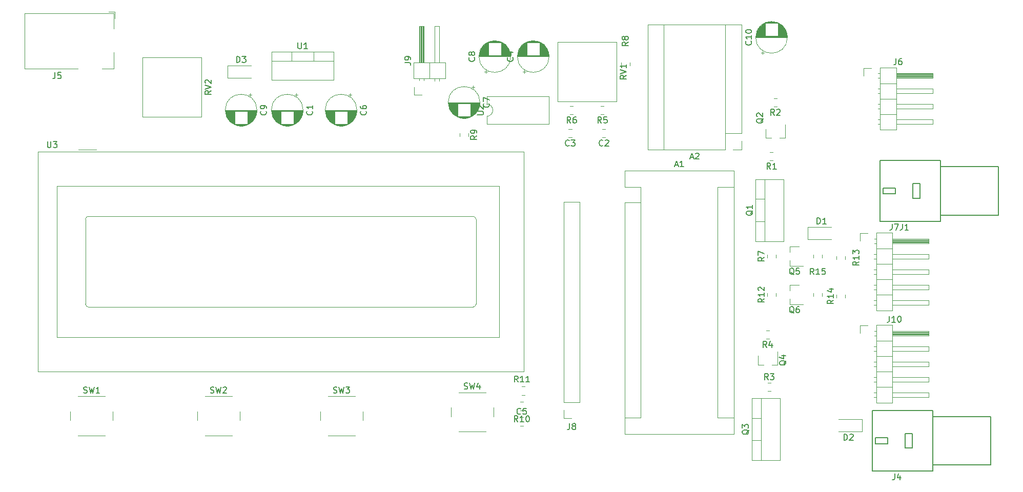
<source format=gbr>
G04 #@! TF.GenerationSoftware,KiCad,Pcbnew,5.1.5-52549c5~86~ubuntu18.04.1*
G04 #@! TF.CreationDate,2020-04-01T00:41:12+05:30*
G04 #@! TF.ProjectId,osvent_controller,6f737665-6e74-45f6-936f-6e74726f6c6c,rev?*
G04 #@! TF.SameCoordinates,Original*
G04 #@! TF.FileFunction,Legend,Top*
G04 #@! TF.FilePolarity,Positive*
%FSLAX46Y46*%
G04 Gerber Fmt 4.6, Leading zero omitted, Abs format (unit mm)*
G04 Created by KiCad (PCBNEW 5.1.5-52549c5~86~ubuntu18.04.1) date 2020-04-01 00:41:12*
%MOMM*%
%LPD*%
G04 APERTURE LIST*
%ADD10C,0.120000*%
%ADD11C,0.150000*%
G04 APERTURE END LIST*
D10*
X141785000Y-29879775D02*
X142285000Y-29879775D01*
X142035000Y-30129775D02*
X142035000Y-29629775D01*
X143226000Y-24724000D02*
X143794000Y-24724000D01*
X142992000Y-24764000D02*
X144028000Y-24764000D01*
X142833000Y-24804000D02*
X144187000Y-24804000D01*
X142705000Y-24844000D02*
X144315000Y-24844000D01*
X142595000Y-24884000D02*
X144425000Y-24884000D01*
X142499000Y-24924000D02*
X144521000Y-24924000D01*
X142412000Y-24964000D02*
X144608000Y-24964000D01*
X142332000Y-25004000D02*
X144688000Y-25004000D01*
X144550000Y-25044000D02*
X144761000Y-25044000D01*
X142259000Y-25044000D02*
X142470000Y-25044000D01*
X144550000Y-25084000D02*
X144829000Y-25084000D01*
X142191000Y-25084000D02*
X142470000Y-25084000D01*
X144550000Y-25124000D02*
X144893000Y-25124000D01*
X142127000Y-25124000D02*
X142470000Y-25124000D01*
X144550000Y-25164000D02*
X144953000Y-25164000D01*
X142067000Y-25164000D02*
X142470000Y-25164000D01*
X144550000Y-25204000D02*
X145010000Y-25204000D01*
X142010000Y-25204000D02*
X142470000Y-25204000D01*
X144550000Y-25244000D02*
X145064000Y-25244000D01*
X141956000Y-25244000D02*
X142470000Y-25244000D01*
X144550000Y-25284000D02*
X145115000Y-25284000D01*
X141905000Y-25284000D02*
X142470000Y-25284000D01*
X144550000Y-25324000D02*
X145163000Y-25324000D01*
X141857000Y-25324000D02*
X142470000Y-25324000D01*
X144550000Y-25364000D02*
X145209000Y-25364000D01*
X141811000Y-25364000D02*
X142470000Y-25364000D01*
X144550000Y-25404000D02*
X145253000Y-25404000D01*
X141767000Y-25404000D02*
X142470000Y-25404000D01*
X144550000Y-25444000D02*
X145295000Y-25444000D01*
X141725000Y-25444000D02*
X142470000Y-25444000D01*
X144550000Y-25484000D02*
X145336000Y-25484000D01*
X141684000Y-25484000D02*
X142470000Y-25484000D01*
X144550000Y-25524000D02*
X145374000Y-25524000D01*
X141646000Y-25524000D02*
X142470000Y-25524000D01*
X144550000Y-25564000D02*
X145411000Y-25564000D01*
X141609000Y-25564000D02*
X142470000Y-25564000D01*
X144550000Y-25604000D02*
X145447000Y-25604000D01*
X141573000Y-25604000D02*
X142470000Y-25604000D01*
X144550000Y-25644000D02*
X145481000Y-25644000D01*
X141539000Y-25644000D02*
X142470000Y-25644000D01*
X144550000Y-25684000D02*
X145514000Y-25684000D01*
X141506000Y-25684000D02*
X142470000Y-25684000D01*
X144550000Y-25724000D02*
X145545000Y-25724000D01*
X141475000Y-25724000D02*
X142470000Y-25724000D01*
X144550000Y-25764000D02*
X145575000Y-25764000D01*
X141445000Y-25764000D02*
X142470000Y-25764000D01*
X144550000Y-25804000D02*
X145605000Y-25804000D01*
X141415000Y-25804000D02*
X142470000Y-25804000D01*
X144550000Y-25844000D02*
X145632000Y-25844000D01*
X141388000Y-25844000D02*
X142470000Y-25844000D01*
X144550000Y-25884000D02*
X145659000Y-25884000D01*
X141361000Y-25884000D02*
X142470000Y-25884000D01*
X144550000Y-25924000D02*
X145685000Y-25924000D01*
X141335000Y-25924000D02*
X142470000Y-25924000D01*
X144550000Y-25964000D02*
X145710000Y-25964000D01*
X141310000Y-25964000D02*
X142470000Y-25964000D01*
X144550000Y-26004000D02*
X145734000Y-26004000D01*
X141286000Y-26004000D02*
X142470000Y-26004000D01*
X144550000Y-26044000D02*
X145757000Y-26044000D01*
X141263000Y-26044000D02*
X142470000Y-26044000D01*
X144550000Y-26084000D02*
X145778000Y-26084000D01*
X141242000Y-26084000D02*
X142470000Y-26084000D01*
X144550000Y-26124000D02*
X145800000Y-26124000D01*
X141220000Y-26124000D02*
X142470000Y-26124000D01*
X144550000Y-26164000D02*
X145820000Y-26164000D01*
X141200000Y-26164000D02*
X142470000Y-26164000D01*
X144550000Y-26204000D02*
X145839000Y-26204000D01*
X141181000Y-26204000D02*
X142470000Y-26204000D01*
X144550000Y-26244000D02*
X145858000Y-26244000D01*
X141162000Y-26244000D02*
X142470000Y-26244000D01*
X144550000Y-26284000D02*
X145875000Y-26284000D01*
X141145000Y-26284000D02*
X142470000Y-26284000D01*
X144550000Y-26324000D02*
X145892000Y-26324000D01*
X141128000Y-26324000D02*
X142470000Y-26324000D01*
X144550000Y-26364000D02*
X145908000Y-26364000D01*
X141112000Y-26364000D02*
X142470000Y-26364000D01*
X144550000Y-26404000D02*
X145924000Y-26404000D01*
X141096000Y-26404000D02*
X142470000Y-26404000D01*
X144550000Y-26444000D02*
X145938000Y-26444000D01*
X141082000Y-26444000D02*
X142470000Y-26444000D01*
X144550000Y-26484000D02*
X145952000Y-26484000D01*
X141068000Y-26484000D02*
X142470000Y-26484000D01*
X144550000Y-26524000D02*
X145965000Y-26524000D01*
X141055000Y-26524000D02*
X142470000Y-26524000D01*
X144550000Y-26564000D02*
X145978000Y-26564000D01*
X141042000Y-26564000D02*
X142470000Y-26564000D01*
X144550000Y-26604000D02*
X145990000Y-26604000D01*
X141030000Y-26604000D02*
X142470000Y-26604000D01*
X144550000Y-26645000D02*
X146001000Y-26645000D01*
X141019000Y-26645000D02*
X142470000Y-26645000D01*
X144550000Y-26685000D02*
X146011000Y-26685000D01*
X141009000Y-26685000D02*
X142470000Y-26685000D01*
X144550000Y-26725000D02*
X146021000Y-26725000D01*
X140999000Y-26725000D02*
X142470000Y-26725000D01*
X144550000Y-26765000D02*
X146030000Y-26765000D01*
X140990000Y-26765000D02*
X142470000Y-26765000D01*
X144550000Y-26805000D02*
X146038000Y-26805000D01*
X140982000Y-26805000D02*
X142470000Y-26805000D01*
X144550000Y-26845000D02*
X146046000Y-26845000D01*
X140974000Y-26845000D02*
X142470000Y-26845000D01*
X144550000Y-26885000D02*
X146053000Y-26885000D01*
X140967000Y-26885000D02*
X142470000Y-26885000D01*
X144550000Y-26925000D02*
X146060000Y-26925000D01*
X140960000Y-26925000D02*
X142470000Y-26925000D01*
X144550000Y-26965000D02*
X146066000Y-26965000D01*
X140954000Y-26965000D02*
X142470000Y-26965000D01*
X144550000Y-27005000D02*
X146071000Y-27005000D01*
X140949000Y-27005000D02*
X142470000Y-27005000D01*
X144550000Y-27045000D02*
X146075000Y-27045000D01*
X140945000Y-27045000D02*
X142470000Y-27045000D01*
X144550000Y-27085000D02*
X146079000Y-27085000D01*
X140941000Y-27085000D02*
X142470000Y-27085000D01*
X140937000Y-27125000D02*
X146083000Y-27125000D01*
X140934000Y-27165000D02*
X146086000Y-27165000D01*
X140932000Y-27205000D02*
X146088000Y-27205000D01*
X140931000Y-27245000D02*
X146089000Y-27245000D01*
X140930000Y-27285000D02*
X146090000Y-27285000D01*
X140930000Y-27325000D02*
X146090000Y-27325000D01*
X146130000Y-27325000D02*
G75*
G03X146130000Y-27325000I-2620000J0D01*
G01*
X158115000Y-74930000D02*
X159385000Y-74930000D01*
X158115000Y-76200000D02*
X158115000Y-74930000D01*
X160427929Y-86740000D02*
X160825000Y-86740000D01*
X160427929Y-85980000D02*
X160825000Y-85980000D01*
X169485000Y-86740000D02*
X163485000Y-86740000D01*
X169485000Y-85980000D02*
X169485000Y-86740000D01*
X163485000Y-85980000D02*
X169485000Y-85980000D01*
X160825000Y-85090000D02*
X163485000Y-85090000D01*
X160427929Y-84200000D02*
X160825000Y-84200000D01*
X160427929Y-83440000D02*
X160825000Y-83440000D01*
X169485000Y-84200000D02*
X163485000Y-84200000D01*
X169485000Y-83440000D02*
X169485000Y-84200000D01*
X163485000Y-83440000D02*
X169485000Y-83440000D01*
X160825000Y-82550000D02*
X163485000Y-82550000D01*
X160427929Y-81660000D02*
X160825000Y-81660000D01*
X160427929Y-80900000D02*
X160825000Y-80900000D01*
X169485000Y-81660000D02*
X163485000Y-81660000D01*
X169485000Y-80900000D02*
X169485000Y-81660000D01*
X163485000Y-80900000D02*
X169485000Y-80900000D01*
X160825000Y-80010000D02*
X163485000Y-80010000D01*
X160427929Y-79120000D02*
X160825000Y-79120000D01*
X160427929Y-78360000D02*
X160825000Y-78360000D01*
X169485000Y-79120000D02*
X163485000Y-79120000D01*
X169485000Y-78360000D02*
X169485000Y-79120000D01*
X163485000Y-78360000D02*
X169485000Y-78360000D01*
X160825000Y-77470000D02*
X163485000Y-77470000D01*
X160495000Y-76580000D02*
X160825000Y-76580000D01*
X160495000Y-75820000D02*
X160825000Y-75820000D01*
X163485000Y-76480000D02*
X169485000Y-76480000D01*
X163485000Y-76360000D02*
X169485000Y-76360000D01*
X163485000Y-76240000D02*
X169485000Y-76240000D01*
X163485000Y-76120000D02*
X169485000Y-76120000D01*
X163485000Y-76000000D02*
X169485000Y-76000000D01*
X163485000Y-75880000D02*
X169485000Y-75880000D01*
X169485000Y-76580000D02*
X163485000Y-76580000D01*
X169485000Y-75820000D02*
X169485000Y-76580000D01*
X163485000Y-75820000D02*
X169485000Y-75820000D01*
X163485000Y-74870000D02*
X160825000Y-74870000D01*
X163485000Y-87690000D02*
X163485000Y-74870000D01*
X160825000Y-87690000D02*
X163485000Y-87690000D01*
X160825000Y-74870000D02*
X160825000Y-87690000D01*
X34690000Y-90630000D02*
X34690000Y-89130000D01*
X33440000Y-86630000D02*
X28940000Y-86630000D01*
X27690000Y-89130000D02*
X27690000Y-90630000D01*
X28940000Y-93130000D02*
X33440000Y-93130000D01*
D11*
X171450000Y-48705000D02*
X171450000Y-56705000D01*
X166850000Y-53905000D02*
X168050000Y-53905000D01*
X161950000Y-53205000D02*
X163950000Y-53205000D01*
X161950000Y-52205000D02*
X161950000Y-53205000D01*
X163950000Y-52205000D02*
X161950000Y-52205000D01*
X163950000Y-53205000D02*
X163950000Y-52205000D01*
X168050000Y-51505000D02*
X166850000Y-51505000D01*
X168050000Y-53905000D02*
X168050000Y-51505000D01*
X166850000Y-53905000D02*
X166850000Y-51505000D01*
X180950000Y-48705000D02*
X171450000Y-48705000D01*
X180950000Y-56705000D02*
X180950000Y-48705000D01*
X171450000Y-56705000D02*
X180950000Y-56705000D01*
X171450000Y-47705000D02*
X171450000Y-48705000D01*
X161450000Y-47705000D02*
X171450000Y-47705000D01*
X161450000Y-57705000D02*
X161450000Y-47705000D01*
X171450000Y-57705000D02*
X161450000Y-57705000D01*
X171450000Y-56705000D02*
X171450000Y-57705000D01*
D10*
X97555000Y-89995000D02*
X97555000Y-88495000D01*
X96305000Y-85995000D02*
X91805000Y-85995000D01*
X90555000Y-88495000D02*
X90555000Y-89995000D01*
X91805000Y-92495000D02*
X96305000Y-92495000D01*
X75965000Y-90630000D02*
X75965000Y-89130000D01*
X74715000Y-86630000D02*
X70215000Y-86630000D01*
X68965000Y-89130000D02*
X68965000Y-90630000D01*
X70215000Y-93130000D02*
X74715000Y-93130000D01*
X55645000Y-90630000D02*
X55645000Y-89130000D01*
X54395000Y-86630000D02*
X49895000Y-86630000D01*
X48645000Y-89130000D02*
X48645000Y-90630000D01*
X49895000Y-93130000D02*
X54395000Y-93130000D01*
D11*
X170180000Y-89980000D02*
X170180000Y-97980000D01*
X165580000Y-95180000D02*
X166780000Y-95180000D01*
X160680000Y-94480000D02*
X162680000Y-94480000D01*
X160680000Y-93480000D02*
X160680000Y-94480000D01*
X162680000Y-93480000D02*
X160680000Y-93480000D01*
X162680000Y-94480000D02*
X162680000Y-93480000D01*
X166780000Y-92780000D02*
X165580000Y-92780000D01*
X166780000Y-95180000D02*
X166780000Y-92780000D01*
X165580000Y-95180000D02*
X165580000Y-92780000D01*
X179680000Y-89980000D02*
X170180000Y-89980000D01*
X179680000Y-97980000D02*
X179680000Y-89980000D01*
X170180000Y-97980000D02*
X179680000Y-97980000D01*
X170180000Y-88980000D02*
X170180000Y-89980000D01*
X160180000Y-88980000D02*
X170180000Y-88980000D01*
X160180000Y-98980000D02*
X160180000Y-88980000D01*
X170180000Y-98980000D02*
X160180000Y-98980000D01*
X170180000Y-97980000D02*
X170180000Y-98980000D01*
D10*
X94435000Y-35525225D02*
X93935000Y-35525225D01*
X94185000Y-35275225D02*
X94185000Y-35775225D01*
X92994000Y-40681000D02*
X92426000Y-40681000D01*
X93228000Y-40641000D02*
X92192000Y-40641000D01*
X93387000Y-40601000D02*
X92033000Y-40601000D01*
X93515000Y-40561000D02*
X91905000Y-40561000D01*
X93625000Y-40521000D02*
X91795000Y-40521000D01*
X93721000Y-40481000D02*
X91699000Y-40481000D01*
X93808000Y-40441000D02*
X91612000Y-40441000D01*
X93888000Y-40401000D02*
X91532000Y-40401000D01*
X91670000Y-40361000D02*
X91459000Y-40361000D01*
X93961000Y-40361000D02*
X93750000Y-40361000D01*
X91670000Y-40321000D02*
X91391000Y-40321000D01*
X94029000Y-40321000D02*
X93750000Y-40321000D01*
X91670000Y-40281000D02*
X91327000Y-40281000D01*
X94093000Y-40281000D02*
X93750000Y-40281000D01*
X91670000Y-40241000D02*
X91267000Y-40241000D01*
X94153000Y-40241000D02*
X93750000Y-40241000D01*
X91670000Y-40201000D02*
X91210000Y-40201000D01*
X94210000Y-40201000D02*
X93750000Y-40201000D01*
X91670000Y-40161000D02*
X91156000Y-40161000D01*
X94264000Y-40161000D02*
X93750000Y-40161000D01*
X91670000Y-40121000D02*
X91105000Y-40121000D01*
X94315000Y-40121000D02*
X93750000Y-40121000D01*
X91670000Y-40081000D02*
X91057000Y-40081000D01*
X94363000Y-40081000D02*
X93750000Y-40081000D01*
X91670000Y-40041000D02*
X91011000Y-40041000D01*
X94409000Y-40041000D02*
X93750000Y-40041000D01*
X91670000Y-40001000D02*
X90967000Y-40001000D01*
X94453000Y-40001000D02*
X93750000Y-40001000D01*
X91670000Y-39961000D02*
X90925000Y-39961000D01*
X94495000Y-39961000D02*
X93750000Y-39961000D01*
X91670000Y-39921000D02*
X90884000Y-39921000D01*
X94536000Y-39921000D02*
X93750000Y-39921000D01*
X91670000Y-39881000D02*
X90846000Y-39881000D01*
X94574000Y-39881000D02*
X93750000Y-39881000D01*
X91670000Y-39841000D02*
X90809000Y-39841000D01*
X94611000Y-39841000D02*
X93750000Y-39841000D01*
X91670000Y-39801000D02*
X90773000Y-39801000D01*
X94647000Y-39801000D02*
X93750000Y-39801000D01*
X91670000Y-39761000D02*
X90739000Y-39761000D01*
X94681000Y-39761000D02*
X93750000Y-39761000D01*
X91670000Y-39721000D02*
X90706000Y-39721000D01*
X94714000Y-39721000D02*
X93750000Y-39721000D01*
X91670000Y-39681000D02*
X90675000Y-39681000D01*
X94745000Y-39681000D02*
X93750000Y-39681000D01*
X91670000Y-39641000D02*
X90645000Y-39641000D01*
X94775000Y-39641000D02*
X93750000Y-39641000D01*
X91670000Y-39601000D02*
X90615000Y-39601000D01*
X94805000Y-39601000D02*
X93750000Y-39601000D01*
X91670000Y-39561000D02*
X90588000Y-39561000D01*
X94832000Y-39561000D02*
X93750000Y-39561000D01*
X91670000Y-39521000D02*
X90561000Y-39521000D01*
X94859000Y-39521000D02*
X93750000Y-39521000D01*
X91670000Y-39481000D02*
X90535000Y-39481000D01*
X94885000Y-39481000D02*
X93750000Y-39481000D01*
X91670000Y-39441000D02*
X90510000Y-39441000D01*
X94910000Y-39441000D02*
X93750000Y-39441000D01*
X91670000Y-39401000D02*
X90486000Y-39401000D01*
X94934000Y-39401000D02*
X93750000Y-39401000D01*
X91670000Y-39361000D02*
X90463000Y-39361000D01*
X94957000Y-39361000D02*
X93750000Y-39361000D01*
X91670000Y-39321000D02*
X90442000Y-39321000D01*
X94978000Y-39321000D02*
X93750000Y-39321000D01*
X91670000Y-39281000D02*
X90420000Y-39281000D01*
X95000000Y-39281000D02*
X93750000Y-39281000D01*
X91670000Y-39241000D02*
X90400000Y-39241000D01*
X95020000Y-39241000D02*
X93750000Y-39241000D01*
X91670000Y-39201000D02*
X90381000Y-39201000D01*
X95039000Y-39201000D02*
X93750000Y-39201000D01*
X91670000Y-39161000D02*
X90362000Y-39161000D01*
X95058000Y-39161000D02*
X93750000Y-39161000D01*
X91670000Y-39121000D02*
X90345000Y-39121000D01*
X95075000Y-39121000D02*
X93750000Y-39121000D01*
X91670000Y-39081000D02*
X90328000Y-39081000D01*
X95092000Y-39081000D02*
X93750000Y-39081000D01*
X91670000Y-39041000D02*
X90312000Y-39041000D01*
X95108000Y-39041000D02*
X93750000Y-39041000D01*
X91670000Y-39001000D02*
X90296000Y-39001000D01*
X95124000Y-39001000D02*
X93750000Y-39001000D01*
X91670000Y-38961000D02*
X90282000Y-38961000D01*
X95138000Y-38961000D02*
X93750000Y-38961000D01*
X91670000Y-38921000D02*
X90268000Y-38921000D01*
X95152000Y-38921000D02*
X93750000Y-38921000D01*
X91670000Y-38881000D02*
X90255000Y-38881000D01*
X95165000Y-38881000D02*
X93750000Y-38881000D01*
X91670000Y-38841000D02*
X90242000Y-38841000D01*
X95178000Y-38841000D02*
X93750000Y-38841000D01*
X91670000Y-38801000D02*
X90230000Y-38801000D01*
X95190000Y-38801000D02*
X93750000Y-38801000D01*
X91670000Y-38760000D02*
X90219000Y-38760000D01*
X95201000Y-38760000D02*
X93750000Y-38760000D01*
X91670000Y-38720000D02*
X90209000Y-38720000D01*
X95211000Y-38720000D02*
X93750000Y-38720000D01*
X91670000Y-38680000D02*
X90199000Y-38680000D01*
X95221000Y-38680000D02*
X93750000Y-38680000D01*
X91670000Y-38640000D02*
X90190000Y-38640000D01*
X95230000Y-38640000D02*
X93750000Y-38640000D01*
X91670000Y-38600000D02*
X90182000Y-38600000D01*
X95238000Y-38600000D02*
X93750000Y-38600000D01*
X91670000Y-38560000D02*
X90174000Y-38560000D01*
X95246000Y-38560000D02*
X93750000Y-38560000D01*
X91670000Y-38520000D02*
X90167000Y-38520000D01*
X95253000Y-38520000D02*
X93750000Y-38520000D01*
X91670000Y-38480000D02*
X90160000Y-38480000D01*
X95260000Y-38480000D02*
X93750000Y-38480000D01*
X91670000Y-38440000D02*
X90154000Y-38440000D01*
X95266000Y-38440000D02*
X93750000Y-38440000D01*
X91670000Y-38400000D02*
X90149000Y-38400000D01*
X95271000Y-38400000D02*
X93750000Y-38400000D01*
X91670000Y-38360000D02*
X90145000Y-38360000D01*
X95275000Y-38360000D02*
X93750000Y-38360000D01*
X91670000Y-38320000D02*
X90141000Y-38320000D01*
X95279000Y-38320000D02*
X93750000Y-38320000D01*
X95283000Y-38280000D02*
X90137000Y-38280000D01*
X95286000Y-38240000D02*
X90134000Y-38240000D01*
X95288000Y-38200000D02*
X90132000Y-38200000D01*
X95289000Y-38160000D02*
X90131000Y-38160000D01*
X95290000Y-38120000D02*
X90130000Y-38120000D01*
X95290000Y-38080000D02*
X90130000Y-38080000D01*
X95330000Y-38080000D02*
G75*
G03X95330000Y-38080000I-2620000J0D01*
G01*
X151840000Y-70111252D02*
X151840000Y-69588748D01*
X150420000Y-70111252D02*
X150420000Y-69588748D01*
X151840000Y-63761252D02*
X151840000Y-63238748D01*
X150420000Y-63761252D02*
X150420000Y-63238748D01*
X155650000Y-70356252D02*
X155650000Y-69833748D01*
X154230000Y-70356252D02*
X154230000Y-69833748D01*
X155650000Y-64006252D02*
X155650000Y-63483748D01*
X154230000Y-64006252D02*
X154230000Y-63483748D01*
X144220000Y-70111252D02*
X144220000Y-69588748D01*
X142800000Y-70111252D02*
X142800000Y-69588748D01*
X144220000Y-63761252D02*
X144220000Y-63238748D01*
X142800000Y-63761252D02*
X142800000Y-63238748D01*
X146560000Y-68270000D02*
X148020000Y-68270000D01*
X146560000Y-71430000D02*
X148720000Y-71430000D01*
X146560000Y-71430000D02*
X146560000Y-70500000D01*
X146560000Y-68270000D02*
X146560000Y-69200000D01*
X146560000Y-61920000D02*
X148020000Y-61920000D01*
X146560000Y-65080000D02*
X148720000Y-65080000D01*
X146560000Y-65080000D02*
X146560000Y-64150000D01*
X146560000Y-61920000D02*
X146560000Y-62850000D01*
X74115000Y-36795225D02*
X73615000Y-36795225D01*
X73865000Y-36545225D02*
X73865000Y-37045225D01*
X72674000Y-41951000D02*
X72106000Y-41951000D01*
X72908000Y-41911000D02*
X71872000Y-41911000D01*
X73067000Y-41871000D02*
X71713000Y-41871000D01*
X73195000Y-41831000D02*
X71585000Y-41831000D01*
X73305000Y-41791000D02*
X71475000Y-41791000D01*
X73401000Y-41751000D02*
X71379000Y-41751000D01*
X73488000Y-41711000D02*
X71292000Y-41711000D01*
X73568000Y-41671000D02*
X71212000Y-41671000D01*
X71350000Y-41631000D02*
X71139000Y-41631000D01*
X73641000Y-41631000D02*
X73430000Y-41631000D01*
X71350000Y-41591000D02*
X71071000Y-41591000D01*
X73709000Y-41591000D02*
X73430000Y-41591000D01*
X71350000Y-41551000D02*
X71007000Y-41551000D01*
X73773000Y-41551000D02*
X73430000Y-41551000D01*
X71350000Y-41511000D02*
X70947000Y-41511000D01*
X73833000Y-41511000D02*
X73430000Y-41511000D01*
X71350000Y-41471000D02*
X70890000Y-41471000D01*
X73890000Y-41471000D02*
X73430000Y-41471000D01*
X71350000Y-41431000D02*
X70836000Y-41431000D01*
X73944000Y-41431000D02*
X73430000Y-41431000D01*
X71350000Y-41391000D02*
X70785000Y-41391000D01*
X73995000Y-41391000D02*
X73430000Y-41391000D01*
X71350000Y-41351000D02*
X70737000Y-41351000D01*
X74043000Y-41351000D02*
X73430000Y-41351000D01*
X71350000Y-41311000D02*
X70691000Y-41311000D01*
X74089000Y-41311000D02*
X73430000Y-41311000D01*
X71350000Y-41271000D02*
X70647000Y-41271000D01*
X74133000Y-41271000D02*
X73430000Y-41271000D01*
X71350000Y-41231000D02*
X70605000Y-41231000D01*
X74175000Y-41231000D02*
X73430000Y-41231000D01*
X71350000Y-41191000D02*
X70564000Y-41191000D01*
X74216000Y-41191000D02*
X73430000Y-41191000D01*
X71350000Y-41151000D02*
X70526000Y-41151000D01*
X74254000Y-41151000D02*
X73430000Y-41151000D01*
X71350000Y-41111000D02*
X70489000Y-41111000D01*
X74291000Y-41111000D02*
X73430000Y-41111000D01*
X71350000Y-41071000D02*
X70453000Y-41071000D01*
X74327000Y-41071000D02*
X73430000Y-41071000D01*
X71350000Y-41031000D02*
X70419000Y-41031000D01*
X74361000Y-41031000D02*
X73430000Y-41031000D01*
X71350000Y-40991000D02*
X70386000Y-40991000D01*
X74394000Y-40991000D02*
X73430000Y-40991000D01*
X71350000Y-40951000D02*
X70355000Y-40951000D01*
X74425000Y-40951000D02*
X73430000Y-40951000D01*
X71350000Y-40911000D02*
X70325000Y-40911000D01*
X74455000Y-40911000D02*
X73430000Y-40911000D01*
X71350000Y-40871000D02*
X70295000Y-40871000D01*
X74485000Y-40871000D02*
X73430000Y-40871000D01*
X71350000Y-40831000D02*
X70268000Y-40831000D01*
X74512000Y-40831000D02*
X73430000Y-40831000D01*
X71350000Y-40791000D02*
X70241000Y-40791000D01*
X74539000Y-40791000D02*
X73430000Y-40791000D01*
X71350000Y-40751000D02*
X70215000Y-40751000D01*
X74565000Y-40751000D02*
X73430000Y-40751000D01*
X71350000Y-40711000D02*
X70190000Y-40711000D01*
X74590000Y-40711000D02*
X73430000Y-40711000D01*
X71350000Y-40671000D02*
X70166000Y-40671000D01*
X74614000Y-40671000D02*
X73430000Y-40671000D01*
X71350000Y-40631000D02*
X70143000Y-40631000D01*
X74637000Y-40631000D02*
X73430000Y-40631000D01*
X71350000Y-40591000D02*
X70122000Y-40591000D01*
X74658000Y-40591000D02*
X73430000Y-40591000D01*
X71350000Y-40551000D02*
X70100000Y-40551000D01*
X74680000Y-40551000D02*
X73430000Y-40551000D01*
X71350000Y-40511000D02*
X70080000Y-40511000D01*
X74700000Y-40511000D02*
X73430000Y-40511000D01*
X71350000Y-40471000D02*
X70061000Y-40471000D01*
X74719000Y-40471000D02*
X73430000Y-40471000D01*
X71350000Y-40431000D02*
X70042000Y-40431000D01*
X74738000Y-40431000D02*
X73430000Y-40431000D01*
X71350000Y-40391000D02*
X70025000Y-40391000D01*
X74755000Y-40391000D02*
X73430000Y-40391000D01*
X71350000Y-40351000D02*
X70008000Y-40351000D01*
X74772000Y-40351000D02*
X73430000Y-40351000D01*
X71350000Y-40311000D02*
X69992000Y-40311000D01*
X74788000Y-40311000D02*
X73430000Y-40311000D01*
X71350000Y-40271000D02*
X69976000Y-40271000D01*
X74804000Y-40271000D02*
X73430000Y-40271000D01*
X71350000Y-40231000D02*
X69962000Y-40231000D01*
X74818000Y-40231000D02*
X73430000Y-40231000D01*
X71350000Y-40191000D02*
X69948000Y-40191000D01*
X74832000Y-40191000D02*
X73430000Y-40191000D01*
X71350000Y-40151000D02*
X69935000Y-40151000D01*
X74845000Y-40151000D02*
X73430000Y-40151000D01*
X71350000Y-40111000D02*
X69922000Y-40111000D01*
X74858000Y-40111000D02*
X73430000Y-40111000D01*
X71350000Y-40071000D02*
X69910000Y-40071000D01*
X74870000Y-40071000D02*
X73430000Y-40071000D01*
X71350000Y-40030000D02*
X69899000Y-40030000D01*
X74881000Y-40030000D02*
X73430000Y-40030000D01*
X71350000Y-39990000D02*
X69889000Y-39990000D01*
X74891000Y-39990000D02*
X73430000Y-39990000D01*
X71350000Y-39950000D02*
X69879000Y-39950000D01*
X74901000Y-39950000D02*
X73430000Y-39950000D01*
X71350000Y-39910000D02*
X69870000Y-39910000D01*
X74910000Y-39910000D02*
X73430000Y-39910000D01*
X71350000Y-39870000D02*
X69862000Y-39870000D01*
X74918000Y-39870000D02*
X73430000Y-39870000D01*
X71350000Y-39830000D02*
X69854000Y-39830000D01*
X74926000Y-39830000D02*
X73430000Y-39830000D01*
X71350000Y-39790000D02*
X69847000Y-39790000D01*
X74933000Y-39790000D02*
X73430000Y-39790000D01*
X71350000Y-39750000D02*
X69840000Y-39750000D01*
X74940000Y-39750000D02*
X73430000Y-39750000D01*
X71350000Y-39710000D02*
X69834000Y-39710000D01*
X74946000Y-39710000D02*
X73430000Y-39710000D01*
X71350000Y-39670000D02*
X69829000Y-39670000D01*
X74951000Y-39670000D02*
X73430000Y-39670000D01*
X71350000Y-39630000D02*
X69825000Y-39630000D01*
X74955000Y-39630000D02*
X73430000Y-39630000D01*
X71350000Y-39590000D02*
X69821000Y-39590000D01*
X74959000Y-39590000D02*
X73430000Y-39590000D01*
X74963000Y-39550000D02*
X69817000Y-39550000D01*
X74966000Y-39510000D02*
X69814000Y-39510000D01*
X74968000Y-39470000D02*
X69812000Y-39470000D01*
X74969000Y-39430000D02*
X69811000Y-39430000D01*
X74970000Y-39390000D02*
X69810000Y-39390000D01*
X74970000Y-39350000D02*
X69810000Y-39350000D01*
X75010000Y-39350000D02*
G75*
G03X75010000Y-39350000I-2620000J0D01*
G01*
X25480000Y-76895000D02*
X25480000Y-51895000D01*
X98480000Y-76895000D02*
X25480000Y-76895000D01*
X98480000Y-51895000D02*
X98480000Y-76895000D01*
X25480000Y-51895000D02*
X98480000Y-51895000D01*
X30680660Y-56893460D02*
G75*
G03X30180280Y-57393840I0J-500380D01*
G01*
X30180280Y-71394320D02*
G75*
G03X30680660Y-71894700I500380J0D01*
G01*
X94180660Y-71894700D02*
G75*
G03X94681040Y-71394320I0J500380D01*
G01*
X94680000Y-57395000D02*
G75*
G03X94180000Y-56895000I-500000J0D01*
G01*
X94680000Y-57395000D02*
X94680000Y-71395000D01*
X94180660Y-71895000D02*
X30680000Y-71895000D01*
X30180280Y-71394320D02*
X30180280Y-57395000D01*
X30680000Y-56895000D02*
X94180000Y-56895000D01*
X28980000Y-45895000D02*
X31980000Y-45895000D01*
X22350000Y-46255000D02*
X23140000Y-46255000D01*
X22340000Y-46255000D02*
X22340000Y-82535000D01*
X102620000Y-46255000D02*
X23140000Y-46255000D01*
X102620000Y-82535000D02*
X102620000Y-46255000D01*
X22340000Y-82535000D02*
X102620000Y-82535000D01*
X137290000Y-49400000D02*
X119250000Y-49400000D01*
X137290000Y-92840000D02*
X137290000Y-49400000D01*
X119250000Y-92840000D02*
X137290000Y-92840000D01*
X121920000Y-90170000D02*
X119250000Y-90170000D01*
X121920000Y-54610000D02*
X121920000Y-90170000D01*
X121920000Y-54610000D02*
X119250000Y-54610000D01*
X134620000Y-90170000D02*
X137290000Y-90170000D01*
X134620000Y-52070000D02*
X134620000Y-90170000D01*
X134620000Y-52070000D02*
X137290000Y-52070000D01*
X119250000Y-49400000D02*
X119250000Y-52070000D01*
X119250000Y-54610000D02*
X119250000Y-92840000D01*
X121920000Y-52070000D02*
X119250000Y-52070000D01*
X121920000Y-54610000D02*
X121920000Y-52070000D01*
X141295000Y-81405000D02*
X141295000Y-79945000D01*
X144455000Y-81405000D02*
X144455000Y-79245000D01*
X144455000Y-81405000D02*
X143525000Y-81405000D01*
X141295000Y-81405000D02*
X142225000Y-81405000D01*
X143771252Y-46280000D02*
X143248748Y-46280000D01*
X143771252Y-47700000D02*
X143248748Y-47700000D01*
X149515000Y-58690000D02*
X153415000Y-58690000D01*
X149515000Y-60690000D02*
X153415000Y-60690000D01*
X149515000Y-58690000D02*
X149515000Y-60690000D01*
X140875000Y-54029000D02*
X142385000Y-54029000D01*
X140875000Y-57730000D02*
X142385000Y-57730000D01*
X142385000Y-61000000D02*
X142385000Y-50760000D01*
X140875000Y-50760000D02*
X145516000Y-50760000D01*
X140875000Y-61000000D02*
X145516000Y-61000000D01*
X145516000Y-61000000D02*
X145516000Y-50760000D01*
X140875000Y-61000000D02*
X140875000Y-50760000D01*
X143136252Y-75735000D02*
X142613748Y-75735000D01*
X143136252Y-77155000D02*
X142613748Y-77155000D01*
X142858748Y-85800000D02*
X143381252Y-85800000D01*
X142858748Y-84380000D02*
X143381252Y-84380000D01*
X144406252Y-37390000D02*
X143883748Y-37390000D01*
X144406252Y-38810000D02*
X143883748Y-38810000D01*
X158750000Y-32385000D02*
X160020000Y-32385000D01*
X158750000Y-33655000D02*
X158750000Y-32385000D01*
X161062929Y-41655000D02*
X161460000Y-41655000D01*
X161062929Y-40895000D02*
X161460000Y-40895000D01*
X170120000Y-41655000D02*
X164120000Y-41655000D01*
X170120000Y-40895000D02*
X170120000Y-41655000D01*
X164120000Y-40895000D02*
X170120000Y-40895000D01*
X161460000Y-40005000D02*
X164120000Y-40005000D01*
X161062929Y-39115000D02*
X161460000Y-39115000D01*
X161062929Y-38355000D02*
X161460000Y-38355000D01*
X170120000Y-39115000D02*
X164120000Y-39115000D01*
X170120000Y-38355000D02*
X170120000Y-39115000D01*
X164120000Y-38355000D02*
X170120000Y-38355000D01*
X161460000Y-37465000D02*
X164120000Y-37465000D01*
X161062929Y-36575000D02*
X161460000Y-36575000D01*
X161062929Y-35815000D02*
X161460000Y-35815000D01*
X170120000Y-36575000D02*
X164120000Y-36575000D01*
X170120000Y-35815000D02*
X170120000Y-36575000D01*
X164120000Y-35815000D02*
X170120000Y-35815000D01*
X161460000Y-34925000D02*
X164120000Y-34925000D01*
X161130000Y-34035000D02*
X161460000Y-34035000D01*
X161130000Y-33275000D02*
X161460000Y-33275000D01*
X164120000Y-33935000D02*
X170120000Y-33935000D01*
X164120000Y-33815000D02*
X170120000Y-33815000D01*
X164120000Y-33695000D02*
X170120000Y-33695000D01*
X164120000Y-33575000D02*
X170120000Y-33575000D01*
X164120000Y-33455000D02*
X170120000Y-33455000D01*
X164120000Y-33335000D02*
X170120000Y-33335000D01*
X170120000Y-34035000D02*
X164120000Y-34035000D01*
X170120000Y-33275000D02*
X170120000Y-34035000D01*
X164120000Y-33275000D02*
X170120000Y-33275000D01*
X164120000Y-32325000D02*
X161460000Y-32325000D01*
X164120000Y-42605000D02*
X164120000Y-32325000D01*
X161460000Y-42605000D02*
X164120000Y-42605000D01*
X161460000Y-32325000D02*
X161460000Y-42605000D01*
X158115000Y-59690000D02*
X159385000Y-59690000D01*
X158115000Y-60960000D02*
X158115000Y-59690000D01*
X160427929Y-71500000D02*
X160825000Y-71500000D01*
X160427929Y-70740000D02*
X160825000Y-70740000D01*
X169485000Y-71500000D02*
X163485000Y-71500000D01*
X169485000Y-70740000D02*
X169485000Y-71500000D01*
X163485000Y-70740000D02*
X169485000Y-70740000D01*
X160825000Y-69850000D02*
X163485000Y-69850000D01*
X160427929Y-68960000D02*
X160825000Y-68960000D01*
X160427929Y-68200000D02*
X160825000Y-68200000D01*
X169485000Y-68960000D02*
X163485000Y-68960000D01*
X169485000Y-68200000D02*
X169485000Y-68960000D01*
X163485000Y-68200000D02*
X169485000Y-68200000D01*
X160825000Y-67310000D02*
X163485000Y-67310000D01*
X160427929Y-66420000D02*
X160825000Y-66420000D01*
X160427929Y-65660000D02*
X160825000Y-65660000D01*
X169485000Y-66420000D02*
X163485000Y-66420000D01*
X169485000Y-65660000D02*
X169485000Y-66420000D01*
X163485000Y-65660000D02*
X169485000Y-65660000D01*
X160825000Y-64770000D02*
X163485000Y-64770000D01*
X160427929Y-63880000D02*
X160825000Y-63880000D01*
X160427929Y-63120000D02*
X160825000Y-63120000D01*
X169485000Y-63880000D02*
X163485000Y-63880000D01*
X169485000Y-63120000D02*
X169485000Y-63880000D01*
X163485000Y-63120000D02*
X169485000Y-63120000D01*
X160825000Y-62230000D02*
X163485000Y-62230000D01*
X160495000Y-61340000D02*
X160825000Y-61340000D01*
X160495000Y-60580000D02*
X160825000Y-60580000D01*
X163485000Y-61240000D02*
X169485000Y-61240000D01*
X163485000Y-61120000D02*
X169485000Y-61120000D01*
X163485000Y-61000000D02*
X169485000Y-61000000D01*
X163485000Y-60880000D02*
X169485000Y-60880000D01*
X163485000Y-60760000D02*
X169485000Y-60760000D01*
X163485000Y-60640000D02*
X169485000Y-60640000D01*
X169485000Y-61340000D02*
X163485000Y-61340000D01*
X169485000Y-60580000D02*
X169485000Y-61340000D01*
X163485000Y-60580000D02*
X169485000Y-60580000D01*
X163485000Y-59630000D02*
X160825000Y-59630000D01*
X163485000Y-72450000D02*
X163485000Y-59630000D01*
X160825000Y-72450000D02*
X163485000Y-72450000D01*
X160825000Y-59630000D02*
X160825000Y-72450000D01*
X140240000Y-90224000D02*
X141750000Y-90224000D01*
X140240000Y-93925000D02*
X141750000Y-93925000D01*
X141750000Y-97195000D02*
X141750000Y-86955000D01*
X140240000Y-86955000D02*
X144881000Y-86955000D01*
X140240000Y-97195000D02*
X144881000Y-97195000D01*
X144881000Y-97195000D02*
X144881000Y-86955000D01*
X140240000Y-97195000D02*
X140240000Y-86955000D01*
X142565000Y-43940000D02*
X142565000Y-42480000D01*
X145725000Y-43940000D02*
X145725000Y-41780000D01*
X145725000Y-43940000D02*
X144795000Y-43940000D01*
X142565000Y-43940000D02*
X143495000Y-43940000D01*
X158460000Y-92440000D02*
X154560000Y-92440000D01*
X158460000Y-90440000D02*
X154560000Y-90440000D01*
X158460000Y-92440000D02*
X158460000Y-90440000D01*
X53630000Y-32020000D02*
X57530000Y-32020000D01*
X53630000Y-34020000D02*
X57530000Y-34020000D01*
X53630000Y-32020000D02*
X53630000Y-34020000D01*
X96065000Y-33054775D02*
X96565000Y-33054775D01*
X96315000Y-33304775D02*
X96315000Y-32804775D01*
X97506000Y-27899000D02*
X98074000Y-27899000D01*
X97272000Y-27939000D02*
X98308000Y-27939000D01*
X97113000Y-27979000D02*
X98467000Y-27979000D01*
X96985000Y-28019000D02*
X98595000Y-28019000D01*
X96875000Y-28059000D02*
X98705000Y-28059000D01*
X96779000Y-28099000D02*
X98801000Y-28099000D01*
X96692000Y-28139000D02*
X98888000Y-28139000D01*
X96612000Y-28179000D02*
X98968000Y-28179000D01*
X98830000Y-28219000D02*
X99041000Y-28219000D01*
X96539000Y-28219000D02*
X96750000Y-28219000D01*
X98830000Y-28259000D02*
X99109000Y-28259000D01*
X96471000Y-28259000D02*
X96750000Y-28259000D01*
X98830000Y-28299000D02*
X99173000Y-28299000D01*
X96407000Y-28299000D02*
X96750000Y-28299000D01*
X98830000Y-28339000D02*
X99233000Y-28339000D01*
X96347000Y-28339000D02*
X96750000Y-28339000D01*
X98830000Y-28379000D02*
X99290000Y-28379000D01*
X96290000Y-28379000D02*
X96750000Y-28379000D01*
X98830000Y-28419000D02*
X99344000Y-28419000D01*
X96236000Y-28419000D02*
X96750000Y-28419000D01*
X98830000Y-28459000D02*
X99395000Y-28459000D01*
X96185000Y-28459000D02*
X96750000Y-28459000D01*
X98830000Y-28499000D02*
X99443000Y-28499000D01*
X96137000Y-28499000D02*
X96750000Y-28499000D01*
X98830000Y-28539000D02*
X99489000Y-28539000D01*
X96091000Y-28539000D02*
X96750000Y-28539000D01*
X98830000Y-28579000D02*
X99533000Y-28579000D01*
X96047000Y-28579000D02*
X96750000Y-28579000D01*
X98830000Y-28619000D02*
X99575000Y-28619000D01*
X96005000Y-28619000D02*
X96750000Y-28619000D01*
X98830000Y-28659000D02*
X99616000Y-28659000D01*
X95964000Y-28659000D02*
X96750000Y-28659000D01*
X98830000Y-28699000D02*
X99654000Y-28699000D01*
X95926000Y-28699000D02*
X96750000Y-28699000D01*
X98830000Y-28739000D02*
X99691000Y-28739000D01*
X95889000Y-28739000D02*
X96750000Y-28739000D01*
X98830000Y-28779000D02*
X99727000Y-28779000D01*
X95853000Y-28779000D02*
X96750000Y-28779000D01*
X98830000Y-28819000D02*
X99761000Y-28819000D01*
X95819000Y-28819000D02*
X96750000Y-28819000D01*
X98830000Y-28859000D02*
X99794000Y-28859000D01*
X95786000Y-28859000D02*
X96750000Y-28859000D01*
X98830000Y-28899000D02*
X99825000Y-28899000D01*
X95755000Y-28899000D02*
X96750000Y-28899000D01*
X98830000Y-28939000D02*
X99855000Y-28939000D01*
X95725000Y-28939000D02*
X96750000Y-28939000D01*
X98830000Y-28979000D02*
X99885000Y-28979000D01*
X95695000Y-28979000D02*
X96750000Y-28979000D01*
X98830000Y-29019000D02*
X99912000Y-29019000D01*
X95668000Y-29019000D02*
X96750000Y-29019000D01*
X98830000Y-29059000D02*
X99939000Y-29059000D01*
X95641000Y-29059000D02*
X96750000Y-29059000D01*
X98830000Y-29099000D02*
X99965000Y-29099000D01*
X95615000Y-29099000D02*
X96750000Y-29099000D01*
X98830000Y-29139000D02*
X99990000Y-29139000D01*
X95590000Y-29139000D02*
X96750000Y-29139000D01*
X98830000Y-29179000D02*
X100014000Y-29179000D01*
X95566000Y-29179000D02*
X96750000Y-29179000D01*
X98830000Y-29219000D02*
X100037000Y-29219000D01*
X95543000Y-29219000D02*
X96750000Y-29219000D01*
X98830000Y-29259000D02*
X100058000Y-29259000D01*
X95522000Y-29259000D02*
X96750000Y-29259000D01*
X98830000Y-29299000D02*
X100080000Y-29299000D01*
X95500000Y-29299000D02*
X96750000Y-29299000D01*
X98830000Y-29339000D02*
X100100000Y-29339000D01*
X95480000Y-29339000D02*
X96750000Y-29339000D01*
X98830000Y-29379000D02*
X100119000Y-29379000D01*
X95461000Y-29379000D02*
X96750000Y-29379000D01*
X98830000Y-29419000D02*
X100138000Y-29419000D01*
X95442000Y-29419000D02*
X96750000Y-29419000D01*
X98830000Y-29459000D02*
X100155000Y-29459000D01*
X95425000Y-29459000D02*
X96750000Y-29459000D01*
X98830000Y-29499000D02*
X100172000Y-29499000D01*
X95408000Y-29499000D02*
X96750000Y-29499000D01*
X98830000Y-29539000D02*
X100188000Y-29539000D01*
X95392000Y-29539000D02*
X96750000Y-29539000D01*
X98830000Y-29579000D02*
X100204000Y-29579000D01*
X95376000Y-29579000D02*
X96750000Y-29579000D01*
X98830000Y-29619000D02*
X100218000Y-29619000D01*
X95362000Y-29619000D02*
X96750000Y-29619000D01*
X98830000Y-29659000D02*
X100232000Y-29659000D01*
X95348000Y-29659000D02*
X96750000Y-29659000D01*
X98830000Y-29699000D02*
X100245000Y-29699000D01*
X95335000Y-29699000D02*
X96750000Y-29699000D01*
X98830000Y-29739000D02*
X100258000Y-29739000D01*
X95322000Y-29739000D02*
X96750000Y-29739000D01*
X98830000Y-29779000D02*
X100270000Y-29779000D01*
X95310000Y-29779000D02*
X96750000Y-29779000D01*
X98830000Y-29820000D02*
X100281000Y-29820000D01*
X95299000Y-29820000D02*
X96750000Y-29820000D01*
X98830000Y-29860000D02*
X100291000Y-29860000D01*
X95289000Y-29860000D02*
X96750000Y-29860000D01*
X98830000Y-29900000D02*
X100301000Y-29900000D01*
X95279000Y-29900000D02*
X96750000Y-29900000D01*
X98830000Y-29940000D02*
X100310000Y-29940000D01*
X95270000Y-29940000D02*
X96750000Y-29940000D01*
X98830000Y-29980000D02*
X100318000Y-29980000D01*
X95262000Y-29980000D02*
X96750000Y-29980000D01*
X98830000Y-30020000D02*
X100326000Y-30020000D01*
X95254000Y-30020000D02*
X96750000Y-30020000D01*
X98830000Y-30060000D02*
X100333000Y-30060000D01*
X95247000Y-30060000D02*
X96750000Y-30060000D01*
X98830000Y-30100000D02*
X100340000Y-30100000D01*
X95240000Y-30100000D02*
X96750000Y-30100000D01*
X98830000Y-30140000D02*
X100346000Y-30140000D01*
X95234000Y-30140000D02*
X96750000Y-30140000D01*
X98830000Y-30180000D02*
X100351000Y-30180000D01*
X95229000Y-30180000D02*
X96750000Y-30180000D01*
X98830000Y-30220000D02*
X100355000Y-30220000D01*
X95225000Y-30220000D02*
X96750000Y-30220000D01*
X98830000Y-30260000D02*
X100359000Y-30260000D01*
X95221000Y-30260000D02*
X96750000Y-30260000D01*
X95217000Y-30300000D02*
X100363000Y-30300000D01*
X95214000Y-30340000D02*
X100366000Y-30340000D01*
X95212000Y-30380000D02*
X100368000Y-30380000D01*
X95211000Y-30420000D02*
X100369000Y-30420000D01*
X95210000Y-30460000D02*
X100370000Y-30460000D01*
X95210000Y-30500000D02*
X100370000Y-30500000D01*
X100410000Y-30500000D02*
G75*
G03X100410000Y-30500000I-2620000J0D01*
G01*
X49335000Y-40430000D02*
X39565000Y-40430000D01*
X49335000Y-30660000D02*
X39565000Y-30660000D01*
X39565000Y-30660000D02*
X39565000Y-40430000D01*
X49335000Y-30660000D02*
X49335000Y-40430000D01*
X57605000Y-36795225D02*
X57105000Y-36795225D01*
X57355000Y-36545225D02*
X57355000Y-37045225D01*
X56164000Y-41951000D02*
X55596000Y-41951000D01*
X56398000Y-41911000D02*
X55362000Y-41911000D01*
X56557000Y-41871000D02*
X55203000Y-41871000D01*
X56685000Y-41831000D02*
X55075000Y-41831000D01*
X56795000Y-41791000D02*
X54965000Y-41791000D01*
X56891000Y-41751000D02*
X54869000Y-41751000D01*
X56978000Y-41711000D02*
X54782000Y-41711000D01*
X57058000Y-41671000D02*
X54702000Y-41671000D01*
X54840000Y-41631000D02*
X54629000Y-41631000D01*
X57131000Y-41631000D02*
X56920000Y-41631000D01*
X54840000Y-41591000D02*
X54561000Y-41591000D01*
X57199000Y-41591000D02*
X56920000Y-41591000D01*
X54840000Y-41551000D02*
X54497000Y-41551000D01*
X57263000Y-41551000D02*
X56920000Y-41551000D01*
X54840000Y-41511000D02*
X54437000Y-41511000D01*
X57323000Y-41511000D02*
X56920000Y-41511000D01*
X54840000Y-41471000D02*
X54380000Y-41471000D01*
X57380000Y-41471000D02*
X56920000Y-41471000D01*
X54840000Y-41431000D02*
X54326000Y-41431000D01*
X57434000Y-41431000D02*
X56920000Y-41431000D01*
X54840000Y-41391000D02*
X54275000Y-41391000D01*
X57485000Y-41391000D02*
X56920000Y-41391000D01*
X54840000Y-41351000D02*
X54227000Y-41351000D01*
X57533000Y-41351000D02*
X56920000Y-41351000D01*
X54840000Y-41311000D02*
X54181000Y-41311000D01*
X57579000Y-41311000D02*
X56920000Y-41311000D01*
X54840000Y-41271000D02*
X54137000Y-41271000D01*
X57623000Y-41271000D02*
X56920000Y-41271000D01*
X54840000Y-41231000D02*
X54095000Y-41231000D01*
X57665000Y-41231000D02*
X56920000Y-41231000D01*
X54840000Y-41191000D02*
X54054000Y-41191000D01*
X57706000Y-41191000D02*
X56920000Y-41191000D01*
X54840000Y-41151000D02*
X54016000Y-41151000D01*
X57744000Y-41151000D02*
X56920000Y-41151000D01*
X54840000Y-41111000D02*
X53979000Y-41111000D01*
X57781000Y-41111000D02*
X56920000Y-41111000D01*
X54840000Y-41071000D02*
X53943000Y-41071000D01*
X57817000Y-41071000D02*
X56920000Y-41071000D01*
X54840000Y-41031000D02*
X53909000Y-41031000D01*
X57851000Y-41031000D02*
X56920000Y-41031000D01*
X54840000Y-40991000D02*
X53876000Y-40991000D01*
X57884000Y-40991000D02*
X56920000Y-40991000D01*
X54840000Y-40951000D02*
X53845000Y-40951000D01*
X57915000Y-40951000D02*
X56920000Y-40951000D01*
X54840000Y-40911000D02*
X53815000Y-40911000D01*
X57945000Y-40911000D02*
X56920000Y-40911000D01*
X54840000Y-40871000D02*
X53785000Y-40871000D01*
X57975000Y-40871000D02*
X56920000Y-40871000D01*
X54840000Y-40831000D02*
X53758000Y-40831000D01*
X58002000Y-40831000D02*
X56920000Y-40831000D01*
X54840000Y-40791000D02*
X53731000Y-40791000D01*
X58029000Y-40791000D02*
X56920000Y-40791000D01*
X54840000Y-40751000D02*
X53705000Y-40751000D01*
X58055000Y-40751000D02*
X56920000Y-40751000D01*
X54840000Y-40711000D02*
X53680000Y-40711000D01*
X58080000Y-40711000D02*
X56920000Y-40711000D01*
X54840000Y-40671000D02*
X53656000Y-40671000D01*
X58104000Y-40671000D02*
X56920000Y-40671000D01*
X54840000Y-40631000D02*
X53633000Y-40631000D01*
X58127000Y-40631000D02*
X56920000Y-40631000D01*
X54840000Y-40591000D02*
X53612000Y-40591000D01*
X58148000Y-40591000D02*
X56920000Y-40591000D01*
X54840000Y-40551000D02*
X53590000Y-40551000D01*
X58170000Y-40551000D02*
X56920000Y-40551000D01*
X54840000Y-40511000D02*
X53570000Y-40511000D01*
X58190000Y-40511000D02*
X56920000Y-40511000D01*
X54840000Y-40471000D02*
X53551000Y-40471000D01*
X58209000Y-40471000D02*
X56920000Y-40471000D01*
X54840000Y-40431000D02*
X53532000Y-40431000D01*
X58228000Y-40431000D02*
X56920000Y-40431000D01*
X54840000Y-40391000D02*
X53515000Y-40391000D01*
X58245000Y-40391000D02*
X56920000Y-40391000D01*
X54840000Y-40351000D02*
X53498000Y-40351000D01*
X58262000Y-40351000D02*
X56920000Y-40351000D01*
X54840000Y-40311000D02*
X53482000Y-40311000D01*
X58278000Y-40311000D02*
X56920000Y-40311000D01*
X54840000Y-40271000D02*
X53466000Y-40271000D01*
X58294000Y-40271000D02*
X56920000Y-40271000D01*
X54840000Y-40231000D02*
X53452000Y-40231000D01*
X58308000Y-40231000D02*
X56920000Y-40231000D01*
X54840000Y-40191000D02*
X53438000Y-40191000D01*
X58322000Y-40191000D02*
X56920000Y-40191000D01*
X54840000Y-40151000D02*
X53425000Y-40151000D01*
X58335000Y-40151000D02*
X56920000Y-40151000D01*
X54840000Y-40111000D02*
X53412000Y-40111000D01*
X58348000Y-40111000D02*
X56920000Y-40111000D01*
X54840000Y-40071000D02*
X53400000Y-40071000D01*
X58360000Y-40071000D02*
X56920000Y-40071000D01*
X54840000Y-40030000D02*
X53389000Y-40030000D01*
X58371000Y-40030000D02*
X56920000Y-40030000D01*
X54840000Y-39990000D02*
X53379000Y-39990000D01*
X58381000Y-39990000D02*
X56920000Y-39990000D01*
X54840000Y-39950000D02*
X53369000Y-39950000D01*
X58391000Y-39950000D02*
X56920000Y-39950000D01*
X54840000Y-39910000D02*
X53360000Y-39910000D01*
X58400000Y-39910000D02*
X56920000Y-39910000D01*
X54840000Y-39870000D02*
X53352000Y-39870000D01*
X58408000Y-39870000D02*
X56920000Y-39870000D01*
X54840000Y-39830000D02*
X53344000Y-39830000D01*
X58416000Y-39830000D02*
X56920000Y-39830000D01*
X54840000Y-39790000D02*
X53337000Y-39790000D01*
X58423000Y-39790000D02*
X56920000Y-39790000D01*
X54840000Y-39750000D02*
X53330000Y-39750000D01*
X58430000Y-39750000D02*
X56920000Y-39750000D01*
X54840000Y-39710000D02*
X53324000Y-39710000D01*
X58436000Y-39710000D02*
X56920000Y-39710000D01*
X54840000Y-39670000D02*
X53319000Y-39670000D01*
X58441000Y-39670000D02*
X56920000Y-39670000D01*
X54840000Y-39630000D02*
X53315000Y-39630000D01*
X58445000Y-39630000D02*
X56920000Y-39630000D01*
X54840000Y-39590000D02*
X53311000Y-39590000D01*
X58449000Y-39590000D02*
X56920000Y-39590000D01*
X58453000Y-39550000D02*
X53307000Y-39550000D01*
X58456000Y-39510000D02*
X53304000Y-39510000D01*
X58458000Y-39470000D02*
X53302000Y-39470000D01*
X58459000Y-39430000D02*
X53301000Y-39430000D01*
X58460000Y-39390000D02*
X53300000Y-39390000D01*
X58460000Y-39350000D02*
X53300000Y-39350000D01*
X58500000Y-39350000D02*
G75*
G03X58500000Y-39350000I-2620000J0D01*
G01*
X34840000Y-23340000D02*
X34840000Y-25940000D01*
X20140000Y-23340000D02*
X34840000Y-23340000D01*
X34840000Y-32540000D02*
X32940000Y-32540000D01*
X34840000Y-29840000D02*
X34840000Y-32540000D01*
X20140000Y-32540000D02*
X20140000Y-23340000D01*
X28940000Y-32540000D02*
X20140000Y-32540000D01*
X33990000Y-23140000D02*
X35040000Y-23140000D01*
X35040000Y-24190000D02*
X35040000Y-23140000D01*
X96460000Y-37120000D02*
X96460000Y-38370000D01*
X106740000Y-37120000D02*
X96460000Y-37120000D01*
X106740000Y-41620000D02*
X106740000Y-37120000D01*
X96460000Y-41620000D02*
X106740000Y-41620000D01*
X96460000Y-40370000D02*
X96460000Y-41620000D01*
X96460000Y-38370000D02*
G75*
G02X96460000Y-40370000I0J-1000000D01*
G01*
X67891000Y-29750000D02*
X67891000Y-31260000D01*
X64190000Y-29750000D02*
X64190000Y-31260000D01*
X60920000Y-31260000D02*
X71160000Y-31260000D01*
X71160000Y-29750000D02*
X71160000Y-34391000D01*
X60920000Y-29750000D02*
X60920000Y-34391000D01*
X60920000Y-34391000D02*
X71160000Y-34391000D01*
X60920000Y-29750000D02*
X71160000Y-29750000D01*
X117915000Y-37890000D02*
X108145000Y-37890000D01*
X117915000Y-28120000D02*
X108145000Y-28120000D01*
X108145000Y-28120000D02*
X108145000Y-37890000D01*
X117915000Y-28120000D02*
X117915000Y-37890000D01*
X102741252Y-85015000D02*
X102218748Y-85015000D01*
X102741252Y-86435000D02*
X102218748Y-86435000D01*
X101973748Y-88975000D02*
X102496252Y-88975000D01*
X101973748Y-87555000D02*
X102496252Y-87555000D01*
X92000000Y-43163748D02*
X92000000Y-43686252D01*
X93420000Y-43163748D02*
X93420000Y-43686252D01*
X120090000Y-32011252D02*
X120090000Y-31488748D01*
X118670000Y-32011252D02*
X118670000Y-31488748D01*
X110751252Y-38660000D02*
X110228748Y-38660000D01*
X110751252Y-40080000D02*
X110228748Y-40080000D01*
X115831252Y-38660000D02*
X115308748Y-38660000D01*
X115831252Y-40080000D02*
X115308748Y-40080000D01*
X84455000Y-36830000D02*
X84455000Y-35560000D01*
X85725000Y-36830000D02*
X84455000Y-36830000D01*
X88645000Y-34517071D02*
X88645000Y-34120000D01*
X87885000Y-34517071D02*
X87885000Y-34120000D01*
X88645000Y-25460000D02*
X88645000Y-31460000D01*
X87885000Y-25460000D02*
X88645000Y-25460000D01*
X87885000Y-31460000D02*
X87885000Y-25460000D01*
X86995000Y-34120000D02*
X86995000Y-31460000D01*
X86105000Y-34450000D02*
X86105000Y-34120000D01*
X85345000Y-34450000D02*
X85345000Y-34120000D01*
X86005000Y-31460000D02*
X86005000Y-25460000D01*
X85885000Y-31460000D02*
X85885000Y-25460000D01*
X85765000Y-31460000D02*
X85765000Y-25460000D01*
X85645000Y-31460000D02*
X85645000Y-25460000D01*
X85525000Y-31460000D02*
X85525000Y-25460000D01*
X85405000Y-31460000D02*
X85405000Y-25460000D01*
X86105000Y-25460000D02*
X86105000Y-31460000D01*
X85345000Y-25460000D02*
X86105000Y-25460000D01*
X85345000Y-31460000D02*
X85345000Y-25460000D01*
X84395000Y-31460000D02*
X84395000Y-34120000D01*
X89595000Y-31460000D02*
X84395000Y-31460000D01*
X89595000Y-34120000D02*
X89595000Y-31460000D01*
X84395000Y-34120000D02*
X89595000Y-34120000D01*
X110490000Y-90230000D02*
X109160000Y-90230000D01*
X109160000Y-90230000D02*
X109160000Y-88900000D01*
X109160000Y-87630000D02*
X109160000Y-54550000D01*
X111820000Y-54550000D02*
X109160000Y-54550000D01*
X111820000Y-87630000D02*
X111820000Y-54550000D01*
X111820000Y-87630000D02*
X109160000Y-87630000D01*
X101973748Y-91515000D02*
X102496252Y-91515000D01*
X101973748Y-90095000D02*
X102496252Y-90095000D01*
X102415000Y-33054775D02*
X102915000Y-33054775D01*
X102665000Y-33304775D02*
X102665000Y-32804775D01*
X103856000Y-27899000D02*
X104424000Y-27899000D01*
X103622000Y-27939000D02*
X104658000Y-27939000D01*
X103463000Y-27979000D02*
X104817000Y-27979000D01*
X103335000Y-28019000D02*
X104945000Y-28019000D01*
X103225000Y-28059000D02*
X105055000Y-28059000D01*
X103129000Y-28099000D02*
X105151000Y-28099000D01*
X103042000Y-28139000D02*
X105238000Y-28139000D01*
X102962000Y-28179000D02*
X105318000Y-28179000D01*
X105180000Y-28219000D02*
X105391000Y-28219000D01*
X102889000Y-28219000D02*
X103100000Y-28219000D01*
X105180000Y-28259000D02*
X105459000Y-28259000D01*
X102821000Y-28259000D02*
X103100000Y-28259000D01*
X105180000Y-28299000D02*
X105523000Y-28299000D01*
X102757000Y-28299000D02*
X103100000Y-28299000D01*
X105180000Y-28339000D02*
X105583000Y-28339000D01*
X102697000Y-28339000D02*
X103100000Y-28339000D01*
X105180000Y-28379000D02*
X105640000Y-28379000D01*
X102640000Y-28379000D02*
X103100000Y-28379000D01*
X105180000Y-28419000D02*
X105694000Y-28419000D01*
X102586000Y-28419000D02*
X103100000Y-28419000D01*
X105180000Y-28459000D02*
X105745000Y-28459000D01*
X102535000Y-28459000D02*
X103100000Y-28459000D01*
X105180000Y-28499000D02*
X105793000Y-28499000D01*
X102487000Y-28499000D02*
X103100000Y-28499000D01*
X105180000Y-28539000D02*
X105839000Y-28539000D01*
X102441000Y-28539000D02*
X103100000Y-28539000D01*
X105180000Y-28579000D02*
X105883000Y-28579000D01*
X102397000Y-28579000D02*
X103100000Y-28579000D01*
X105180000Y-28619000D02*
X105925000Y-28619000D01*
X102355000Y-28619000D02*
X103100000Y-28619000D01*
X105180000Y-28659000D02*
X105966000Y-28659000D01*
X102314000Y-28659000D02*
X103100000Y-28659000D01*
X105180000Y-28699000D02*
X106004000Y-28699000D01*
X102276000Y-28699000D02*
X103100000Y-28699000D01*
X105180000Y-28739000D02*
X106041000Y-28739000D01*
X102239000Y-28739000D02*
X103100000Y-28739000D01*
X105180000Y-28779000D02*
X106077000Y-28779000D01*
X102203000Y-28779000D02*
X103100000Y-28779000D01*
X105180000Y-28819000D02*
X106111000Y-28819000D01*
X102169000Y-28819000D02*
X103100000Y-28819000D01*
X105180000Y-28859000D02*
X106144000Y-28859000D01*
X102136000Y-28859000D02*
X103100000Y-28859000D01*
X105180000Y-28899000D02*
X106175000Y-28899000D01*
X102105000Y-28899000D02*
X103100000Y-28899000D01*
X105180000Y-28939000D02*
X106205000Y-28939000D01*
X102075000Y-28939000D02*
X103100000Y-28939000D01*
X105180000Y-28979000D02*
X106235000Y-28979000D01*
X102045000Y-28979000D02*
X103100000Y-28979000D01*
X105180000Y-29019000D02*
X106262000Y-29019000D01*
X102018000Y-29019000D02*
X103100000Y-29019000D01*
X105180000Y-29059000D02*
X106289000Y-29059000D01*
X101991000Y-29059000D02*
X103100000Y-29059000D01*
X105180000Y-29099000D02*
X106315000Y-29099000D01*
X101965000Y-29099000D02*
X103100000Y-29099000D01*
X105180000Y-29139000D02*
X106340000Y-29139000D01*
X101940000Y-29139000D02*
X103100000Y-29139000D01*
X105180000Y-29179000D02*
X106364000Y-29179000D01*
X101916000Y-29179000D02*
X103100000Y-29179000D01*
X105180000Y-29219000D02*
X106387000Y-29219000D01*
X101893000Y-29219000D02*
X103100000Y-29219000D01*
X105180000Y-29259000D02*
X106408000Y-29259000D01*
X101872000Y-29259000D02*
X103100000Y-29259000D01*
X105180000Y-29299000D02*
X106430000Y-29299000D01*
X101850000Y-29299000D02*
X103100000Y-29299000D01*
X105180000Y-29339000D02*
X106450000Y-29339000D01*
X101830000Y-29339000D02*
X103100000Y-29339000D01*
X105180000Y-29379000D02*
X106469000Y-29379000D01*
X101811000Y-29379000D02*
X103100000Y-29379000D01*
X105180000Y-29419000D02*
X106488000Y-29419000D01*
X101792000Y-29419000D02*
X103100000Y-29419000D01*
X105180000Y-29459000D02*
X106505000Y-29459000D01*
X101775000Y-29459000D02*
X103100000Y-29459000D01*
X105180000Y-29499000D02*
X106522000Y-29499000D01*
X101758000Y-29499000D02*
X103100000Y-29499000D01*
X105180000Y-29539000D02*
X106538000Y-29539000D01*
X101742000Y-29539000D02*
X103100000Y-29539000D01*
X105180000Y-29579000D02*
X106554000Y-29579000D01*
X101726000Y-29579000D02*
X103100000Y-29579000D01*
X105180000Y-29619000D02*
X106568000Y-29619000D01*
X101712000Y-29619000D02*
X103100000Y-29619000D01*
X105180000Y-29659000D02*
X106582000Y-29659000D01*
X101698000Y-29659000D02*
X103100000Y-29659000D01*
X105180000Y-29699000D02*
X106595000Y-29699000D01*
X101685000Y-29699000D02*
X103100000Y-29699000D01*
X105180000Y-29739000D02*
X106608000Y-29739000D01*
X101672000Y-29739000D02*
X103100000Y-29739000D01*
X105180000Y-29779000D02*
X106620000Y-29779000D01*
X101660000Y-29779000D02*
X103100000Y-29779000D01*
X105180000Y-29820000D02*
X106631000Y-29820000D01*
X101649000Y-29820000D02*
X103100000Y-29820000D01*
X105180000Y-29860000D02*
X106641000Y-29860000D01*
X101639000Y-29860000D02*
X103100000Y-29860000D01*
X105180000Y-29900000D02*
X106651000Y-29900000D01*
X101629000Y-29900000D02*
X103100000Y-29900000D01*
X105180000Y-29940000D02*
X106660000Y-29940000D01*
X101620000Y-29940000D02*
X103100000Y-29940000D01*
X105180000Y-29980000D02*
X106668000Y-29980000D01*
X101612000Y-29980000D02*
X103100000Y-29980000D01*
X105180000Y-30020000D02*
X106676000Y-30020000D01*
X101604000Y-30020000D02*
X103100000Y-30020000D01*
X105180000Y-30060000D02*
X106683000Y-30060000D01*
X101597000Y-30060000D02*
X103100000Y-30060000D01*
X105180000Y-30100000D02*
X106690000Y-30100000D01*
X101590000Y-30100000D02*
X103100000Y-30100000D01*
X105180000Y-30140000D02*
X106696000Y-30140000D01*
X101584000Y-30140000D02*
X103100000Y-30140000D01*
X105180000Y-30180000D02*
X106701000Y-30180000D01*
X101579000Y-30180000D02*
X103100000Y-30180000D01*
X105180000Y-30220000D02*
X106705000Y-30220000D01*
X101575000Y-30220000D02*
X103100000Y-30220000D01*
X105180000Y-30260000D02*
X106709000Y-30260000D01*
X101571000Y-30260000D02*
X103100000Y-30260000D01*
X101567000Y-30300000D02*
X106713000Y-30300000D01*
X101564000Y-30340000D02*
X106716000Y-30340000D01*
X101562000Y-30380000D02*
X106718000Y-30380000D01*
X101561000Y-30420000D02*
X106719000Y-30420000D01*
X101560000Y-30460000D02*
X106720000Y-30460000D01*
X101560000Y-30500000D02*
X106720000Y-30500000D01*
X106760000Y-30500000D02*
G75*
G03X106760000Y-30500000I-2620000J0D01*
G01*
X110506252Y-42470000D02*
X109983748Y-42470000D01*
X110506252Y-43890000D02*
X109983748Y-43890000D01*
X116076252Y-42470000D02*
X115553748Y-42470000D01*
X116076252Y-43890000D02*
X115553748Y-43890000D01*
X65225000Y-36795225D02*
X64725000Y-36795225D01*
X64975000Y-36545225D02*
X64975000Y-37045225D01*
X63784000Y-41951000D02*
X63216000Y-41951000D01*
X64018000Y-41911000D02*
X62982000Y-41911000D01*
X64177000Y-41871000D02*
X62823000Y-41871000D01*
X64305000Y-41831000D02*
X62695000Y-41831000D01*
X64415000Y-41791000D02*
X62585000Y-41791000D01*
X64511000Y-41751000D02*
X62489000Y-41751000D01*
X64598000Y-41711000D02*
X62402000Y-41711000D01*
X64678000Y-41671000D02*
X62322000Y-41671000D01*
X62460000Y-41631000D02*
X62249000Y-41631000D01*
X64751000Y-41631000D02*
X64540000Y-41631000D01*
X62460000Y-41591000D02*
X62181000Y-41591000D01*
X64819000Y-41591000D02*
X64540000Y-41591000D01*
X62460000Y-41551000D02*
X62117000Y-41551000D01*
X64883000Y-41551000D02*
X64540000Y-41551000D01*
X62460000Y-41511000D02*
X62057000Y-41511000D01*
X64943000Y-41511000D02*
X64540000Y-41511000D01*
X62460000Y-41471000D02*
X62000000Y-41471000D01*
X65000000Y-41471000D02*
X64540000Y-41471000D01*
X62460000Y-41431000D02*
X61946000Y-41431000D01*
X65054000Y-41431000D02*
X64540000Y-41431000D01*
X62460000Y-41391000D02*
X61895000Y-41391000D01*
X65105000Y-41391000D02*
X64540000Y-41391000D01*
X62460000Y-41351000D02*
X61847000Y-41351000D01*
X65153000Y-41351000D02*
X64540000Y-41351000D01*
X62460000Y-41311000D02*
X61801000Y-41311000D01*
X65199000Y-41311000D02*
X64540000Y-41311000D01*
X62460000Y-41271000D02*
X61757000Y-41271000D01*
X65243000Y-41271000D02*
X64540000Y-41271000D01*
X62460000Y-41231000D02*
X61715000Y-41231000D01*
X65285000Y-41231000D02*
X64540000Y-41231000D01*
X62460000Y-41191000D02*
X61674000Y-41191000D01*
X65326000Y-41191000D02*
X64540000Y-41191000D01*
X62460000Y-41151000D02*
X61636000Y-41151000D01*
X65364000Y-41151000D02*
X64540000Y-41151000D01*
X62460000Y-41111000D02*
X61599000Y-41111000D01*
X65401000Y-41111000D02*
X64540000Y-41111000D01*
X62460000Y-41071000D02*
X61563000Y-41071000D01*
X65437000Y-41071000D02*
X64540000Y-41071000D01*
X62460000Y-41031000D02*
X61529000Y-41031000D01*
X65471000Y-41031000D02*
X64540000Y-41031000D01*
X62460000Y-40991000D02*
X61496000Y-40991000D01*
X65504000Y-40991000D02*
X64540000Y-40991000D01*
X62460000Y-40951000D02*
X61465000Y-40951000D01*
X65535000Y-40951000D02*
X64540000Y-40951000D01*
X62460000Y-40911000D02*
X61435000Y-40911000D01*
X65565000Y-40911000D02*
X64540000Y-40911000D01*
X62460000Y-40871000D02*
X61405000Y-40871000D01*
X65595000Y-40871000D02*
X64540000Y-40871000D01*
X62460000Y-40831000D02*
X61378000Y-40831000D01*
X65622000Y-40831000D02*
X64540000Y-40831000D01*
X62460000Y-40791000D02*
X61351000Y-40791000D01*
X65649000Y-40791000D02*
X64540000Y-40791000D01*
X62460000Y-40751000D02*
X61325000Y-40751000D01*
X65675000Y-40751000D02*
X64540000Y-40751000D01*
X62460000Y-40711000D02*
X61300000Y-40711000D01*
X65700000Y-40711000D02*
X64540000Y-40711000D01*
X62460000Y-40671000D02*
X61276000Y-40671000D01*
X65724000Y-40671000D02*
X64540000Y-40671000D01*
X62460000Y-40631000D02*
X61253000Y-40631000D01*
X65747000Y-40631000D02*
X64540000Y-40631000D01*
X62460000Y-40591000D02*
X61232000Y-40591000D01*
X65768000Y-40591000D02*
X64540000Y-40591000D01*
X62460000Y-40551000D02*
X61210000Y-40551000D01*
X65790000Y-40551000D02*
X64540000Y-40551000D01*
X62460000Y-40511000D02*
X61190000Y-40511000D01*
X65810000Y-40511000D02*
X64540000Y-40511000D01*
X62460000Y-40471000D02*
X61171000Y-40471000D01*
X65829000Y-40471000D02*
X64540000Y-40471000D01*
X62460000Y-40431000D02*
X61152000Y-40431000D01*
X65848000Y-40431000D02*
X64540000Y-40431000D01*
X62460000Y-40391000D02*
X61135000Y-40391000D01*
X65865000Y-40391000D02*
X64540000Y-40391000D01*
X62460000Y-40351000D02*
X61118000Y-40351000D01*
X65882000Y-40351000D02*
X64540000Y-40351000D01*
X62460000Y-40311000D02*
X61102000Y-40311000D01*
X65898000Y-40311000D02*
X64540000Y-40311000D01*
X62460000Y-40271000D02*
X61086000Y-40271000D01*
X65914000Y-40271000D02*
X64540000Y-40271000D01*
X62460000Y-40231000D02*
X61072000Y-40231000D01*
X65928000Y-40231000D02*
X64540000Y-40231000D01*
X62460000Y-40191000D02*
X61058000Y-40191000D01*
X65942000Y-40191000D02*
X64540000Y-40191000D01*
X62460000Y-40151000D02*
X61045000Y-40151000D01*
X65955000Y-40151000D02*
X64540000Y-40151000D01*
X62460000Y-40111000D02*
X61032000Y-40111000D01*
X65968000Y-40111000D02*
X64540000Y-40111000D01*
X62460000Y-40071000D02*
X61020000Y-40071000D01*
X65980000Y-40071000D02*
X64540000Y-40071000D01*
X62460000Y-40030000D02*
X61009000Y-40030000D01*
X65991000Y-40030000D02*
X64540000Y-40030000D01*
X62460000Y-39990000D02*
X60999000Y-39990000D01*
X66001000Y-39990000D02*
X64540000Y-39990000D01*
X62460000Y-39950000D02*
X60989000Y-39950000D01*
X66011000Y-39950000D02*
X64540000Y-39950000D01*
X62460000Y-39910000D02*
X60980000Y-39910000D01*
X66020000Y-39910000D02*
X64540000Y-39910000D01*
X62460000Y-39870000D02*
X60972000Y-39870000D01*
X66028000Y-39870000D02*
X64540000Y-39870000D01*
X62460000Y-39830000D02*
X60964000Y-39830000D01*
X66036000Y-39830000D02*
X64540000Y-39830000D01*
X62460000Y-39790000D02*
X60957000Y-39790000D01*
X66043000Y-39790000D02*
X64540000Y-39790000D01*
X62460000Y-39750000D02*
X60950000Y-39750000D01*
X66050000Y-39750000D02*
X64540000Y-39750000D01*
X62460000Y-39710000D02*
X60944000Y-39710000D01*
X66056000Y-39710000D02*
X64540000Y-39710000D01*
X62460000Y-39670000D02*
X60939000Y-39670000D01*
X66061000Y-39670000D02*
X64540000Y-39670000D01*
X62460000Y-39630000D02*
X60935000Y-39630000D01*
X66065000Y-39630000D02*
X64540000Y-39630000D01*
X62460000Y-39590000D02*
X60931000Y-39590000D01*
X66069000Y-39590000D02*
X64540000Y-39590000D01*
X66073000Y-39550000D02*
X60927000Y-39550000D01*
X66076000Y-39510000D02*
X60924000Y-39510000D01*
X66078000Y-39470000D02*
X60922000Y-39470000D01*
X66079000Y-39430000D02*
X60921000Y-39430000D01*
X66080000Y-39390000D02*
X60920000Y-39390000D01*
X66080000Y-39350000D02*
X60920000Y-39350000D01*
X66120000Y-39350000D02*
G75*
G03X66120000Y-39350000I-2620000J0D01*
G01*
X123060000Y-45850000D02*
X135890000Y-45850000D01*
X123060000Y-25270000D02*
X123060000Y-45850000D01*
X138560000Y-25270000D02*
X123060000Y-25270000D01*
X138560000Y-43180000D02*
X138560000Y-25270000D01*
X135890000Y-43180000D02*
X138560000Y-43180000D01*
X135890000Y-45850000D02*
X135890000Y-43180000D01*
X138560000Y-45850000D02*
X138560000Y-44450000D01*
X137160000Y-45850000D02*
X138560000Y-45850000D01*
X135890000Y-43180000D02*
X135890000Y-25270000D01*
X125730000Y-45850000D02*
X125730000Y-25270000D01*
D11*
X140117142Y-27967857D02*
X140164761Y-28015476D01*
X140212380Y-28158333D01*
X140212380Y-28253571D01*
X140164761Y-28396428D01*
X140069523Y-28491666D01*
X139974285Y-28539285D01*
X139783809Y-28586904D01*
X139640952Y-28586904D01*
X139450476Y-28539285D01*
X139355238Y-28491666D01*
X139260000Y-28396428D01*
X139212380Y-28253571D01*
X139212380Y-28158333D01*
X139260000Y-28015476D01*
X139307619Y-27967857D01*
X140212380Y-27015476D02*
X140212380Y-27586904D01*
X140212380Y-27301190D02*
X139212380Y-27301190D01*
X139355238Y-27396428D01*
X139450476Y-27491666D01*
X139498095Y-27586904D01*
X139212380Y-26396428D02*
X139212380Y-26301190D01*
X139260000Y-26205952D01*
X139307619Y-26158333D01*
X139402857Y-26110714D01*
X139593333Y-26063095D01*
X139831428Y-26063095D01*
X140021904Y-26110714D01*
X140117142Y-26158333D01*
X140164761Y-26205952D01*
X140212380Y-26301190D01*
X140212380Y-26396428D01*
X140164761Y-26491666D01*
X140117142Y-26539285D01*
X140021904Y-26586904D01*
X139831428Y-26634523D01*
X139593333Y-26634523D01*
X139402857Y-26586904D01*
X139307619Y-26539285D01*
X139260000Y-26491666D01*
X139212380Y-26396428D01*
X162960476Y-73382380D02*
X162960476Y-74096666D01*
X162912857Y-74239523D01*
X162817619Y-74334761D01*
X162674761Y-74382380D01*
X162579523Y-74382380D01*
X163960476Y-74382380D02*
X163389047Y-74382380D01*
X163674761Y-74382380D02*
X163674761Y-73382380D01*
X163579523Y-73525238D01*
X163484285Y-73620476D01*
X163389047Y-73668095D01*
X164579523Y-73382380D02*
X164674761Y-73382380D01*
X164770000Y-73430000D01*
X164817619Y-73477619D01*
X164865238Y-73572857D01*
X164912857Y-73763333D01*
X164912857Y-74001428D01*
X164865238Y-74191904D01*
X164817619Y-74287142D01*
X164770000Y-74334761D01*
X164674761Y-74382380D01*
X164579523Y-74382380D01*
X164484285Y-74334761D01*
X164436666Y-74287142D01*
X164389047Y-74191904D01*
X164341428Y-74001428D01*
X164341428Y-73763333D01*
X164389047Y-73572857D01*
X164436666Y-73477619D01*
X164484285Y-73430000D01*
X164579523Y-73382380D01*
X29856666Y-86034761D02*
X29999523Y-86082380D01*
X30237619Y-86082380D01*
X30332857Y-86034761D01*
X30380476Y-85987142D01*
X30428095Y-85891904D01*
X30428095Y-85796666D01*
X30380476Y-85701428D01*
X30332857Y-85653809D01*
X30237619Y-85606190D01*
X30047142Y-85558571D01*
X29951904Y-85510952D01*
X29904285Y-85463333D01*
X29856666Y-85368095D01*
X29856666Y-85272857D01*
X29904285Y-85177619D01*
X29951904Y-85130000D01*
X30047142Y-85082380D01*
X30285238Y-85082380D01*
X30428095Y-85130000D01*
X30761428Y-85082380D02*
X30999523Y-86082380D01*
X31190000Y-85368095D01*
X31380476Y-86082380D01*
X31618571Y-85082380D01*
X32523333Y-86082380D02*
X31951904Y-86082380D01*
X32237619Y-86082380D02*
X32237619Y-85082380D01*
X32142380Y-85225238D01*
X32047142Y-85320476D01*
X31951904Y-85368095D01*
X165116666Y-58157380D02*
X165116666Y-58871666D01*
X165069047Y-59014523D01*
X164973809Y-59109761D01*
X164830952Y-59157380D01*
X164735714Y-59157380D01*
X166116666Y-59157380D02*
X165545238Y-59157380D01*
X165830952Y-59157380D02*
X165830952Y-58157380D01*
X165735714Y-58300238D01*
X165640476Y-58395476D01*
X165545238Y-58443095D01*
X92721666Y-85399761D02*
X92864523Y-85447380D01*
X93102619Y-85447380D01*
X93197857Y-85399761D01*
X93245476Y-85352142D01*
X93293095Y-85256904D01*
X93293095Y-85161666D01*
X93245476Y-85066428D01*
X93197857Y-85018809D01*
X93102619Y-84971190D01*
X92912142Y-84923571D01*
X92816904Y-84875952D01*
X92769285Y-84828333D01*
X92721666Y-84733095D01*
X92721666Y-84637857D01*
X92769285Y-84542619D01*
X92816904Y-84495000D01*
X92912142Y-84447380D01*
X93150238Y-84447380D01*
X93293095Y-84495000D01*
X93626428Y-84447380D02*
X93864523Y-85447380D01*
X94055000Y-84733095D01*
X94245476Y-85447380D01*
X94483571Y-84447380D01*
X95293095Y-84780714D02*
X95293095Y-85447380D01*
X95055000Y-84399761D02*
X94816904Y-85114047D01*
X95435952Y-85114047D01*
X71131666Y-86034761D02*
X71274523Y-86082380D01*
X71512619Y-86082380D01*
X71607857Y-86034761D01*
X71655476Y-85987142D01*
X71703095Y-85891904D01*
X71703095Y-85796666D01*
X71655476Y-85701428D01*
X71607857Y-85653809D01*
X71512619Y-85606190D01*
X71322142Y-85558571D01*
X71226904Y-85510952D01*
X71179285Y-85463333D01*
X71131666Y-85368095D01*
X71131666Y-85272857D01*
X71179285Y-85177619D01*
X71226904Y-85130000D01*
X71322142Y-85082380D01*
X71560238Y-85082380D01*
X71703095Y-85130000D01*
X72036428Y-85082380D02*
X72274523Y-86082380D01*
X72465000Y-85368095D01*
X72655476Y-86082380D01*
X72893571Y-85082380D01*
X73179285Y-85082380D02*
X73798333Y-85082380D01*
X73465000Y-85463333D01*
X73607857Y-85463333D01*
X73703095Y-85510952D01*
X73750714Y-85558571D01*
X73798333Y-85653809D01*
X73798333Y-85891904D01*
X73750714Y-85987142D01*
X73703095Y-86034761D01*
X73607857Y-86082380D01*
X73322142Y-86082380D01*
X73226904Y-86034761D01*
X73179285Y-85987142D01*
X50811666Y-86034761D02*
X50954523Y-86082380D01*
X51192619Y-86082380D01*
X51287857Y-86034761D01*
X51335476Y-85987142D01*
X51383095Y-85891904D01*
X51383095Y-85796666D01*
X51335476Y-85701428D01*
X51287857Y-85653809D01*
X51192619Y-85606190D01*
X51002142Y-85558571D01*
X50906904Y-85510952D01*
X50859285Y-85463333D01*
X50811666Y-85368095D01*
X50811666Y-85272857D01*
X50859285Y-85177619D01*
X50906904Y-85130000D01*
X51002142Y-85082380D01*
X51240238Y-85082380D01*
X51383095Y-85130000D01*
X51716428Y-85082380D02*
X51954523Y-86082380D01*
X52145000Y-85368095D01*
X52335476Y-86082380D01*
X52573571Y-85082380D01*
X52906904Y-85177619D02*
X52954523Y-85130000D01*
X53049761Y-85082380D01*
X53287857Y-85082380D01*
X53383095Y-85130000D01*
X53430714Y-85177619D01*
X53478333Y-85272857D01*
X53478333Y-85368095D01*
X53430714Y-85510952D01*
X52859285Y-86082380D01*
X53478333Y-86082380D01*
X163846666Y-99432380D02*
X163846666Y-100146666D01*
X163799047Y-100289523D01*
X163703809Y-100384761D01*
X163560952Y-100432380D01*
X163465714Y-100432380D01*
X164751428Y-99765714D02*
X164751428Y-100432380D01*
X164513333Y-99384761D02*
X164275238Y-100099047D01*
X164894285Y-100099047D01*
X96817142Y-38246666D02*
X96864761Y-38294285D01*
X96912380Y-38437142D01*
X96912380Y-38532380D01*
X96864761Y-38675238D01*
X96769523Y-38770476D01*
X96674285Y-38818095D01*
X96483809Y-38865714D01*
X96340952Y-38865714D01*
X96150476Y-38818095D01*
X96055238Y-38770476D01*
X95960000Y-38675238D01*
X95912380Y-38532380D01*
X95912380Y-38437142D01*
X95960000Y-38294285D01*
X96007619Y-38246666D01*
X95912380Y-37913333D02*
X95912380Y-37246666D01*
X96912380Y-37675238D01*
X150487142Y-66492380D02*
X150153809Y-66016190D01*
X149915714Y-66492380D02*
X149915714Y-65492380D01*
X150296666Y-65492380D01*
X150391904Y-65540000D01*
X150439523Y-65587619D01*
X150487142Y-65682857D01*
X150487142Y-65825714D01*
X150439523Y-65920952D01*
X150391904Y-65968571D01*
X150296666Y-66016190D01*
X149915714Y-66016190D01*
X151439523Y-66492380D02*
X150868095Y-66492380D01*
X151153809Y-66492380D02*
X151153809Y-65492380D01*
X151058571Y-65635238D01*
X150963333Y-65730476D01*
X150868095Y-65778095D01*
X152344285Y-65492380D02*
X151868095Y-65492380D01*
X151820476Y-65968571D01*
X151868095Y-65920952D01*
X151963333Y-65873333D01*
X152201428Y-65873333D01*
X152296666Y-65920952D01*
X152344285Y-65968571D01*
X152391904Y-66063809D01*
X152391904Y-66301904D01*
X152344285Y-66397142D01*
X152296666Y-66444761D01*
X152201428Y-66492380D01*
X151963333Y-66492380D01*
X151868095Y-66444761D01*
X151820476Y-66397142D01*
X153742380Y-70737857D02*
X153266190Y-71071190D01*
X153742380Y-71309285D02*
X152742380Y-71309285D01*
X152742380Y-70928333D01*
X152790000Y-70833095D01*
X152837619Y-70785476D01*
X152932857Y-70737857D01*
X153075714Y-70737857D01*
X153170952Y-70785476D01*
X153218571Y-70833095D01*
X153266190Y-70928333D01*
X153266190Y-71309285D01*
X153742380Y-69785476D02*
X153742380Y-70356904D01*
X153742380Y-70071190D02*
X152742380Y-70071190D01*
X152885238Y-70166428D01*
X152980476Y-70261666D01*
X153028095Y-70356904D01*
X153075714Y-68928333D02*
X153742380Y-68928333D01*
X152694761Y-69166428D02*
X153409047Y-69404523D01*
X153409047Y-68785476D01*
X157932380Y-64387857D02*
X157456190Y-64721190D01*
X157932380Y-64959285D02*
X156932380Y-64959285D01*
X156932380Y-64578333D01*
X156980000Y-64483095D01*
X157027619Y-64435476D01*
X157122857Y-64387857D01*
X157265714Y-64387857D01*
X157360952Y-64435476D01*
X157408571Y-64483095D01*
X157456190Y-64578333D01*
X157456190Y-64959285D01*
X157932380Y-63435476D02*
X157932380Y-64006904D01*
X157932380Y-63721190D02*
X156932380Y-63721190D01*
X157075238Y-63816428D01*
X157170476Y-63911666D01*
X157218095Y-64006904D01*
X156932380Y-63102142D02*
X156932380Y-62483095D01*
X157313333Y-62816428D01*
X157313333Y-62673571D01*
X157360952Y-62578333D01*
X157408571Y-62530714D01*
X157503809Y-62483095D01*
X157741904Y-62483095D01*
X157837142Y-62530714D01*
X157884761Y-62578333D01*
X157932380Y-62673571D01*
X157932380Y-62959285D01*
X157884761Y-63054523D01*
X157837142Y-63102142D01*
X142312380Y-70492857D02*
X141836190Y-70826190D01*
X142312380Y-71064285D02*
X141312380Y-71064285D01*
X141312380Y-70683333D01*
X141360000Y-70588095D01*
X141407619Y-70540476D01*
X141502857Y-70492857D01*
X141645714Y-70492857D01*
X141740952Y-70540476D01*
X141788571Y-70588095D01*
X141836190Y-70683333D01*
X141836190Y-71064285D01*
X142312380Y-69540476D02*
X142312380Y-70111904D01*
X142312380Y-69826190D02*
X141312380Y-69826190D01*
X141455238Y-69921428D01*
X141550476Y-70016666D01*
X141598095Y-70111904D01*
X141407619Y-69159523D02*
X141360000Y-69111904D01*
X141312380Y-69016666D01*
X141312380Y-68778571D01*
X141360000Y-68683333D01*
X141407619Y-68635714D01*
X141502857Y-68588095D01*
X141598095Y-68588095D01*
X141740952Y-68635714D01*
X142312380Y-69207142D01*
X142312380Y-68588095D01*
X142312380Y-63666666D02*
X141836190Y-64000000D01*
X142312380Y-64238095D02*
X141312380Y-64238095D01*
X141312380Y-63857142D01*
X141360000Y-63761904D01*
X141407619Y-63714285D01*
X141502857Y-63666666D01*
X141645714Y-63666666D01*
X141740952Y-63714285D01*
X141788571Y-63761904D01*
X141836190Y-63857142D01*
X141836190Y-64238095D01*
X141312380Y-63333333D02*
X141312380Y-62666666D01*
X142312380Y-63095238D01*
X147224761Y-72897619D02*
X147129523Y-72850000D01*
X147034285Y-72754761D01*
X146891428Y-72611904D01*
X146796190Y-72564285D01*
X146700952Y-72564285D01*
X146748571Y-72802380D02*
X146653333Y-72754761D01*
X146558095Y-72659523D01*
X146510476Y-72469047D01*
X146510476Y-72135714D01*
X146558095Y-71945238D01*
X146653333Y-71850000D01*
X146748571Y-71802380D01*
X146939047Y-71802380D01*
X147034285Y-71850000D01*
X147129523Y-71945238D01*
X147177142Y-72135714D01*
X147177142Y-72469047D01*
X147129523Y-72659523D01*
X147034285Y-72754761D01*
X146939047Y-72802380D01*
X146748571Y-72802380D01*
X148034285Y-71802380D02*
X147843809Y-71802380D01*
X147748571Y-71850000D01*
X147700952Y-71897619D01*
X147605714Y-72040476D01*
X147558095Y-72230952D01*
X147558095Y-72611904D01*
X147605714Y-72707142D01*
X147653333Y-72754761D01*
X147748571Y-72802380D01*
X147939047Y-72802380D01*
X148034285Y-72754761D01*
X148081904Y-72707142D01*
X148129523Y-72611904D01*
X148129523Y-72373809D01*
X148081904Y-72278571D01*
X148034285Y-72230952D01*
X147939047Y-72183333D01*
X147748571Y-72183333D01*
X147653333Y-72230952D01*
X147605714Y-72278571D01*
X147558095Y-72373809D01*
X147224761Y-66547619D02*
X147129523Y-66500000D01*
X147034285Y-66404761D01*
X146891428Y-66261904D01*
X146796190Y-66214285D01*
X146700952Y-66214285D01*
X146748571Y-66452380D02*
X146653333Y-66404761D01*
X146558095Y-66309523D01*
X146510476Y-66119047D01*
X146510476Y-65785714D01*
X146558095Y-65595238D01*
X146653333Y-65500000D01*
X146748571Y-65452380D01*
X146939047Y-65452380D01*
X147034285Y-65500000D01*
X147129523Y-65595238D01*
X147177142Y-65785714D01*
X147177142Y-66119047D01*
X147129523Y-66309523D01*
X147034285Y-66404761D01*
X146939047Y-66452380D01*
X146748571Y-66452380D01*
X148081904Y-65452380D02*
X147605714Y-65452380D01*
X147558095Y-65928571D01*
X147605714Y-65880952D01*
X147700952Y-65833333D01*
X147939047Y-65833333D01*
X148034285Y-65880952D01*
X148081904Y-65928571D01*
X148129523Y-66023809D01*
X148129523Y-66261904D01*
X148081904Y-66357142D01*
X148034285Y-66404761D01*
X147939047Y-66452380D01*
X147700952Y-66452380D01*
X147605714Y-66404761D01*
X147558095Y-66357142D01*
X76497142Y-39516666D02*
X76544761Y-39564285D01*
X76592380Y-39707142D01*
X76592380Y-39802380D01*
X76544761Y-39945238D01*
X76449523Y-40040476D01*
X76354285Y-40088095D01*
X76163809Y-40135714D01*
X76020952Y-40135714D01*
X75830476Y-40088095D01*
X75735238Y-40040476D01*
X75640000Y-39945238D01*
X75592380Y-39802380D01*
X75592380Y-39707142D01*
X75640000Y-39564285D01*
X75687619Y-39516666D01*
X75592380Y-38659523D02*
X75592380Y-38850000D01*
X75640000Y-38945238D01*
X75687619Y-38992857D01*
X75830476Y-39088095D01*
X76020952Y-39135714D01*
X76401904Y-39135714D01*
X76497142Y-39088095D01*
X76544761Y-39040476D01*
X76592380Y-38945238D01*
X76592380Y-38754761D01*
X76544761Y-38659523D01*
X76497142Y-38611904D01*
X76401904Y-38564285D01*
X76163809Y-38564285D01*
X76068571Y-38611904D01*
X76020952Y-38659523D01*
X75973333Y-38754761D01*
X75973333Y-38945238D01*
X76020952Y-39040476D01*
X76068571Y-39088095D01*
X76163809Y-39135714D01*
X23898095Y-44537380D02*
X23898095Y-45346904D01*
X23945714Y-45442142D01*
X23993333Y-45489761D01*
X24088571Y-45537380D01*
X24279047Y-45537380D01*
X24374285Y-45489761D01*
X24421904Y-45442142D01*
X24469523Y-45346904D01*
X24469523Y-44537380D01*
X24850476Y-44537380D02*
X25469523Y-44537380D01*
X25136190Y-44918333D01*
X25279047Y-44918333D01*
X25374285Y-44965952D01*
X25421904Y-45013571D01*
X25469523Y-45108809D01*
X25469523Y-45346904D01*
X25421904Y-45442142D01*
X25374285Y-45489761D01*
X25279047Y-45537380D01*
X24993333Y-45537380D01*
X24898095Y-45489761D01*
X24850476Y-45442142D01*
X127555714Y-48426666D02*
X128031904Y-48426666D01*
X127460476Y-48712380D02*
X127793809Y-47712380D01*
X128127142Y-48712380D01*
X128984285Y-48712380D02*
X128412857Y-48712380D01*
X128698571Y-48712380D02*
X128698571Y-47712380D01*
X128603333Y-47855238D01*
X128508095Y-47950476D01*
X128412857Y-47998095D01*
X145922619Y-80740238D02*
X145875000Y-80835476D01*
X145779761Y-80930714D01*
X145636904Y-81073571D01*
X145589285Y-81168809D01*
X145589285Y-81264047D01*
X145827380Y-81216428D02*
X145779761Y-81311666D01*
X145684523Y-81406904D01*
X145494047Y-81454523D01*
X145160714Y-81454523D01*
X144970238Y-81406904D01*
X144875000Y-81311666D01*
X144827380Y-81216428D01*
X144827380Y-81025952D01*
X144875000Y-80930714D01*
X144970238Y-80835476D01*
X145160714Y-80787857D01*
X145494047Y-80787857D01*
X145684523Y-80835476D01*
X145779761Y-80930714D01*
X145827380Y-81025952D01*
X145827380Y-81216428D01*
X145160714Y-79930714D02*
X145827380Y-79930714D01*
X144779761Y-80168809D02*
X145494047Y-80406904D01*
X145494047Y-79787857D01*
X143343333Y-49092380D02*
X143010000Y-48616190D01*
X142771904Y-49092380D02*
X142771904Y-48092380D01*
X143152857Y-48092380D01*
X143248095Y-48140000D01*
X143295714Y-48187619D01*
X143343333Y-48282857D01*
X143343333Y-48425714D01*
X143295714Y-48520952D01*
X143248095Y-48568571D01*
X143152857Y-48616190D01*
X142771904Y-48616190D01*
X144295714Y-49092380D02*
X143724285Y-49092380D01*
X144010000Y-49092380D02*
X144010000Y-48092380D01*
X143914761Y-48235238D01*
X143819523Y-48330476D01*
X143724285Y-48378095D01*
X151026904Y-58142380D02*
X151026904Y-57142380D01*
X151265000Y-57142380D01*
X151407857Y-57190000D01*
X151503095Y-57285238D01*
X151550714Y-57380476D01*
X151598333Y-57570952D01*
X151598333Y-57713809D01*
X151550714Y-57904285D01*
X151503095Y-57999523D01*
X151407857Y-58094761D01*
X151265000Y-58142380D01*
X151026904Y-58142380D01*
X152550714Y-58142380D02*
X151979285Y-58142380D01*
X152265000Y-58142380D02*
X152265000Y-57142380D01*
X152169761Y-57285238D01*
X152074523Y-57380476D01*
X151979285Y-57428095D01*
X140422619Y-55975238D02*
X140375000Y-56070476D01*
X140279761Y-56165714D01*
X140136904Y-56308571D01*
X140089285Y-56403809D01*
X140089285Y-56499047D01*
X140327380Y-56451428D02*
X140279761Y-56546666D01*
X140184523Y-56641904D01*
X139994047Y-56689523D01*
X139660714Y-56689523D01*
X139470238Y-56641904D01*
X139375000Y-56546666D01*
X139327380Y-56451428D01*
X139327380Y-56260952D01*
X139375000Y-56165714D01*
X139470238Y-56070476D01*
X139660714Y-56022857D01*
X139994047Y-56022857D01*
X140184523Y-56070476D01*
X140279761Y-56165714D01*
X140327380Y-56260952D01*
X140327380Y-56451428D01*
X140327380Y-55070476D02*
X140327380Y-55641904D01*
X140327380Y-55356190D02*
X139327380Y-55356190D01*
X139470238Y-55451428D01*
X139565476Y-55546666D01*
X139613095Y-55641904D01*
X142708333Y-78547380D02*
X142375000Y-78071190D01*
X142136904Y-78547380D02*
X142136904Y-77547380D01*
X142517857Y-77547380D01*
X142613095Y-77595000D01*
X142660714Y-77642619D01*
X142708333Y-77737857D01*
X142708333Y-77880714D01*
X142660714Y-77975952D01*
X142613095Y-78023571D01*
X142517857Y-78071190D01*
X142136904Y-78071190D01*
X143565476Y-77880714D02*
X143565476Y-78547380D01*
X143327380Y-77499761D02*
X143089285Y-78214047D01*
X143708333Y-78214047D01*
X142953333Y-83892380D02*
X142620000Y-83416190D01*
X142381904Y-83892380D02*
X142381904Y-82892380D01*
X142762857Y-82892380D01*
X142858095Y-82940000D01*
X142905714Y-82987619D01*
X142953333Y-83082857D01*
X142953333Y-83225714D01*
X142905714Y-83320952D01*
X142858095Y-83368571D01*
X142762857Y-83416190D01*
X142381904Y-83416190D01*
X143286666Y-82892380D02*
X143905714Y-82892380D01*
X143572380Y-83273333D01*
X143715238Y-83273333D01*
X143810476Y-83320952D01*
X143858095Y-83368571D01*
X143905714Y-83463809D01*
X143905714Y-83701904D01*
X143858095Y-83797142D01*
X143810476Y-83844761D01*
X143715238Y-83892380D01*
X143429523Y-83892380D01*
X143334285Y-83844761D01*
X143286666Y-83797142D01*
X143978333Y-40202380D02*
X143645000Y-39726190D01*
X143406904Y-40202380D02*
X143406904Y-39202380D01*
X143787857Y-39202380D01*
X143883095Y-39250000D01*
X143930714Y-39297619D01*
X143978333Y-39392857D01*
X143978333Y-39535714D01*
X143930714Y-39630952D01*
X143883095Y-39678571D01*
X143787857Y-39726190D01*
X143406904Y-39726190D01*
X144359285Y-39297619D02*
X144406904Y-39250000D01*
X144502142Y-39202380D01*
X144740238Y-39202380D01*
X144835476Y-39250000D01*
X144883095Y-39297619D01*
X144930714Y-39392857D01*
X144930714Y-39488095D01*
X144883095Y-39630952D01*
X144311666Y-40202380D01*
X144930714Y-40202380D01*
X164071666Y-30837380D02*
X164071666Y-31551666D01*
X164024047Y-31694523D01*
X163928809Y-31789761D01*
X163785952Y-31837380D01*
X163690714Y-31837380D01*
X164976428Y-30837380D02*
X164785952Y-30837380D01*
X164690714Y-30885000D01*
X164643095Y-30932619D01*
X164547857Y-31075476D01*
X164500238Y-31265952D01*
X164500238Y-31646904D01*
X164547857Y-31742142D01*
X164595476Y-31789761D01*
X164690714Y-31837380D01*
X164881190Y-31837380D01*
X164976428Y-31789761D01*
X165024047Y-31742142D01*
X165071666Y-31646904D01*
X165071666Y-31408809D01*
X165024047Y-31313571D01*
X164976428Y-31265952D01*
X164881190Y-31218333D01*
X164690714Y-31218333D01*
X164595476Y-31265952D01*
X164547857Y-31313571D01*
X164500238Y-31408809D01*
X163436666Y-58142380D02*
X163436666Y-58856666D01*
X163389047Y-58999523D01*
X163293809Y-59094761D01*
X163150952Y-59142380D01*
X163055714Y-59142380D01*
X163817619Y-58142380D02*
X164484285Y-58142380D01*
X164055714Y-59142380D01*
X139787619Y-92170238D02*
X139740000Y-92265476D01*
X139644761Y-92360714D01*
X139501904Y-92503571D01*
X139454285Y-92598809D01*
X139454285Y-92694047D01*
X139692380Y-92646428D02*
X139644761Y-92741666D01*
X139549523Y-92836904D01*
X139359047Y-92884523D01*
X139025714Y-92884523D01*
X138835238Y-92836904D01*
X138740000Y-92741666D01*
X138692380Y-92646428D01*
X138692380Y-92455952D01*
X138740000Y-92360714D01*
X138835238Y-92265476D01*
X139025714Y-92217857D01*
X139359047Y-92217857D01*
X139549523Y-92265476D01*
X139644761Y-92360714D01*
X139692380Y-92455952D01*
X139692380Y-92646428D01*
X138692380Y-91884523D02*
X138692380Y-91265476D01*
X139073333Y-91598809D01*
X139073333Y-91455952D01*
X139120952Y-91360714D01*
X139168571Y-91313095D01*
X139263809Y-91265476D01*
X139501904Y-91265476D01*
X139597142Y-91313095D01*
X139644761Y-91360714D01*
X139692380Y-91455952D01*
X139692380Y-91741666D01*
X139644761Y-91836904D01*
X139597142Y-91884523D01*
X142152619Y-40735238D02*
X142105000Y-40830476D01*
X142009761Y-40925714D01*
X141866904Y-41068571D01*
X141819285Y-41163809D01*
X141819285Y-41259047D01*
X142057380Y-41211428D02*
X142009761Y-41306666D01*
X141914523Y-41401904D01*
X141724047Y-41449523D01*
X141390714Y-41449523D01*
X141200238Y-41401904D01*
X141105000Y-41306666D01*
X141057380Y-41211428D01*
X141057380Y-41020952D01*
X141105000Y-40925714D01*
X141200238Y-40830476D01*
X141390714Y-40782857D01*
X141724047Y-40782857D01*
X141914523Y-40830476D01*
X142009761Y-40925714D01*
X142057380Y-41020952D01*
X142057380Y-41211428D01*
X141152619Y-40401904D02*
X141105000Y-40354285D01*
X141057380Y-40259047D01*
X141057380Y-40020952D01*
X141105000Y-39925714D01*
X141152619Y-39878095D01*
X141247857Y-39830476D01*
X141343095Y-39830476D01*
X141485952Y-39878095D01*
X142057380Y-40449523D01*
X142057380Y-39830476D01*
X155471904Y-93892380D02*
X155471904Y-92892380D01*
X155710000Y-92892380D01*
X155852857Y-92940000D01*
X155948095Y-93035238D01*
X155995714Y-93130476D01*
X156043333Y-93320952D01*
X156043333Y-93463809D01*
X155995714Y-93654285D01*
X155948095Y-93749523D01*
X155852857Y-93844761D01*
X155710000Y-93892380D01*
X155471904Y-93892380D01*
X156424285Y-92987619D02*
X156471904Y-92940000D01*
X156567142Y-92892380D01*
X156805238Y-92892380D01*
X156900476Y-92940000D01*
X156948095Y-92987619D01*
X156995714Y-93082857D01*
X156995714Y-93178095D01*
X156948095Y-93320952D01*
X156376666Y-93892380D01*
X156995714Y-93892380D01*
X55141904Y-31472380D02*
X55141904Y-30472380D01*
X55380000Y-30472380D01*
X55522857Y-30520000D01*
X55618095Y-30615238D01*
X55665714Y-30710476D01*
X55713333Y-30900952D01*
X55713333Y-31043809D01*
X55665714Y-31234285D01*
X55618095Y-31329523D01*
X55522857Y-31424761D01*
X55380000Y-31472380D01*
X55141904Y-31472380D01*
X56046666Y-30472380D02*
X56665714Y-30472380D01*
X56332380Y-30853333D01*
X56475238Y-30853333D01*
X56570476Y-30900952D01*
X56618095Y-30948571D01*
X56665714Y-31043809D01*
X56665714Y-31281904D01*
X56618095Y-31377142D01*
X56570476Y-31424761D01*
X56475238Y-31472380D01*
X56189523Y-31472380D01*
X56094285Y-31424761D01*
X56046666Y-31377142D01*
X94397142Y-30666666D02*
X94444761Y-30714285D01*
X94492380Y-30857142D01*
X94492380Y-30952380D01*
X94444761Y-31095238D01*
X94349523Y-31190476D01*
X94254285Y-31238095D01*
X94063809Y-31285714D01*
X93920952Y-31285714D01*
X93730476Y-31238095D01*
X93635238Y-31190476D01*
X93540000Y-31095238D01*
X93492380Y-30952380D01*
X93492380Y-30857142D01*
X93540000Y-30714285D01*
X93587619Y-30666666D01*
X93920952Y-30095238D02*
X93873333Y-30190476D01*
X93825714Y-30238095D01*
X93730476Y-30285714D01*
X93682857Y-30285714D01*
X93587619Y-30238095D01*
X93540000Y-30190476D01*
X93492380Y-30095238D01*
X93492380Y-29904761D01*
X93540000Y-29809523D01*
X93587619Y-29761904D01*
X93682857Y-29714285D01*
X93730476Y-29714285D01*
X93825714Y-29761904D01*
X93873333Y-29809523D01*
X93920952Y-29904761D01*
X93920952Y-30095238D01*
X93968571Y-30190476D01*
X94016190Y-30238095D01*
X94111428Y-30285714D01*
X94301904Y-30285714D01*
X94397142Y-30238095D01*
X94444761Y-30190476D01*
X94492380Y-30095238D01*
X94492380Y-29904761D01*
X94444761Y-29809523D01*
X94397142Y-29761904D01*
X94301904Y-29714285D01*
X94111428Y-29714285D01*
X94016190Y-29761904D01*
X93968571Y-29809523D01*
X93920952Y-29904761D01*
X50917380Y-36140238D02*
X50441190Y-36473571D01*
X50917380Y-36711666D02*
X49917380Y-36711666D01*
X49917380Y-36330714D01*
X49965000Y-36235476D01*
X50012619Y-36187857D01*
X50107857Y-36140238D01*
X50250714Y-36140238D01*
X50345952Y-36187857D01*
X50393571Y-36235476D01*
X50441190Y-36330714D01*
X50441190Y-36711666D01*
X49917380Y-35854523D02*
X50917380Y-35521190D01*
X49917380Y-35187857D01*
X50012619Y-34902142D02*
X49965000Y-34854523D01*
X49917380Y-34759285D01*
X49917380Y-34521190D01*
X49965000Y-34425952D01*
X50012619Y-34378333D01*
X50107857Y-34330714D01*
X50203095Y-34330714D01*
X50345952Y-34378333D01*
X50917380Y-34949761D01*
X50917380Y-34330714D01*
X59987142Y-39516666D02*
X60034761Y-39564285D01*
X60082380Y-39707142D01*
X60082380Y-39802380D01*
X60034761Y-39945238D01*
X59939523Y-40040476D01*
X59844285Y-40088095D01*
X59653809Y-40135714D01*
X59510952Y-40135714D01*
X59320476Y-40088095D01*
X59225238Y-40040476D01*
X59130000Y-39945238D01*
X59082380Y-39802380D01*
X59082380Y-39707142D01*
X59130000Y-39564285D01*
X59177619Y-39516666D01*
X60082380Y-39040476D02*
X60082380Y-38850000D01*
X60034761Y-38754761D01*
X59987142Y-38707142D01*
X59844285Y-38611904D01*
X59653809Y-38564285D01*
X59272857Y-38564285D01*
X59177619Y-38611904D01*
X59130000Y-38659523D01*
X59082380Y-38754761D01*
X59082380Y-38945238D01*
X59130000Y-39040476D01*
X59177619Y-39088095D01*
X59272857Y-39135714D01*
X59510952Y-39135714D01*
X59606190Y-39088095D01*
X59653809Y-39040476D01*
X59701428Y-38945238D01*
X59701428Y-38754761D01*
X59653809Y-38659523D01*
X59606190Y-38611904D01*
X59510952Y-38564285D01*
X25156666Y-33142380D02*
X25156666Y-33856666D01*
X25109047Y-33999523D01*
X25013809Y-34094761D01*
X24870952Y-34142380D01*
X24775714Y-34142380D01*
X26109047Y-33142380D02*
X25632857Y-33142380D01*
X25585238Y-33618571D01*
X25632857Y-33570952D01*
X25728095Y-33523333D01*
X25966190Y-33523333D01*
X26061428Y-33570952D01*
X26109047Y-33618571D01*
X26156666Y-33713809D01*
X26156666Y-33951904D01*
X26109047Y-34047142D01*
X26061428Y-34094761D01*
X25966190Y-34142380D01*
X25728095Y-34142380D01*
X25632857Y-34094761D01*
X25585238Y-34047142D01*
X94912380Y-40131904D02*
X95721904Y-40131904D01*
X95817142Y-40084285D01*
X95864761Y-40036666D01*
X95912380Y-39941428D01*
X95912380Y-39750952D01*
X95864761Y-39655714D01*
X95817142Y-39608095D01*
X95721904Y-39560476D01*
X94912380Y-39560476D01*
X95007619Y-39131904D02*
X94960000Y-39084285D01*
X94912380Y-38989047D01*
X94912380Y-38750952D01*
X94960000Y-38655714D01*
X95007619Y-38608095D01*
X95102857Y-38560476D01*
X95198095Y-38560476D01*
X95340952Y-38608095D01*
X95912380Y-39179523D01*
X95912380Y-38560476D01*
X65278095Y-28202380D02*
X65278095Y-29011904D01*
X65325714Y-29107142D01*
X65373333Y-29154761D01*
X65468571Y-29202380D01*
X65659047Y-29202380D01*
X65754285Y-29154761D01*
X65801904Y-29107142D01*
X65849523Y-29011904D01*
X65849523Y-28202380D01*
X66849523Y-29202380D02*
X66278095Y-29202380D01*
X66563809Y-29202380D02*
X66563809Y-28202380D01*
X66468571Y-28345238D01*
X66373333Y-28440476D01*
X66278095Y-28488095D01*
X119497380Y-33600238D02*
X119021190Y-33933571D01*
X119497380Y-34171666D02*
X118497380Y-34171666D01*
X118497380Y-33790714D01*
X118545000Y-33695476D01*
X118592619Y-33647857D01*
X118687857Y-33600238D01*
X118830714Y-33600238D01*
X118925952Y-33647857D01*
X118973571Y-33695476D01*
X119021190Y-33790714D01*
X119021190Y-34171666D01*
X118497380Y-33314523D02*
X119497380Y-32981190D01*
X118497380Y-32647857D01*
X119497380Y-31790714D02*
X119497380Y-32362142D01*
X119497380Y-32076428D02*
X118497380Y-32076428D01*
X118640238Y-32171666D01*
X118735476Y-32266904D01*
X118783095Y-32362142D01*
X101627142Y-84272380D02*
X101293809Y-83796190D01*
X101055714Y-84272380D02*
X101055714Y-83272380D01*
X101436666Y-83272380D01*
X101531904Y-83320000D01*
X101579523Y-83367619D01*
X101627142Y-83462857D01*
X101627142Y-83605714D01*
X101579523Y-83700952D01*
X101531904Y-83748571D01*
X101436666Y-83796190D01*
X101055714Y-83796190D01*
X102579523Y-84272380D02*
X102008095Y-84272380D01*
X102293809Y-84272380D02*
X102293809Y-83272380D01*
X102198571Y-83415238D01*
X102103333Y-83510476D01*
X102008095Y-83558095D01*
X103531904Y-84272380D02*
X102960476Y-84272380D01*
X103246190Y-84272380D02*
X103246190Y-83272380D01*
X103150952Y-83415238D01*
X103055714Y-83510476D01*
X102960476Y-83558095D01*
X101592142Y-90847380D02*
X101258809Y-90371190D01*
X101020714Y-90847380D02*
X101020714Y-89847380D01*
X101401666Y-89847380D01*
X101496904Y-89895000D01*
X101544523Y-89942619D01*
X101592142Y-90037857D01*
X101592142Y-90180714D01*
X101544523Y-90275952D01*
X101496904Y-90323571D01*
X101401666Y-90371190D01*
X101020714Y-90371190D01*
X102544523Y-90847380D02*
X101973095Y-90847380D01*
X102258809Y-90847380D02*
X102258809Y-89847380D01*
X102163571Y-89990238D01*
X102068333Y-90085476D01*
X101973095Y-90133095D01*
X103163571Y-89847380D02*
X103258809Y-89847380D01*
X103354047Y-89895000D01*
X103401666Y-89942619D01*
X103449285Y-90037857D01*
X103496904Y-90228333D01*
X103496904Y-90466428D01*
X103449285Y-90656904D01*
X103401666Y-90752142D01*
X103354047Y-90799761D01*
X103258809Y-90847380D01*
X103163571Y-90847380D01*
X103068333Y-90799761D01*
X103020714Y-90752142D01*
X102973095Y-90656904D01*
X102925476Y-90466428D01*
X102925476Y-90228333D01*
X102973095Y-90037857D01*
X103020714Y-89942619D01*
X103068333Y-89895000D01*
X103163571Y-89847380D01*
X94812380Y-43591666D02*
X94336190Y-43925000D01*
X94812380Y-44163095D02*
X93812380Y-44163095D01*
X93812380Y-43782142D01*
X93860000Y-43686904D01*
X93907619Y-43639285D01*
X94002857Y-43591666D01*
X94145714Y-43591666D01*
X94240952Y-43639285D01*
X94288571Y-43686904D01*
X94336190Y-43782142D01*
X94336190Y-44163095D01*
X94812380Y-43115476D02*
X94812380Y-42925000D01*
X94764761Y-42829761D01*
X94717142Y-42782142D01*
X94574285Y-42686904D01*
X94383809Y-42639285D01*
X94002857Y-42639285D01*
X93907619Y-42686904D01*
X93860000Y-42734523D01*
X93812380Y-42829761D01*
X93812380Y-43020238D01*
X93860000Y-43115476D01*
X93907619Y-43163095D01*
X94002857Y-43210714D01*
X94240952Y-43210714D01*
X94336190Y-43163095D01*
X94383809Y-43115476D01*
X94431428Y-43020238D01*
X94431428Y-42829761D01*
X94383809Y-42734523D01*
X94336190Y-42686904D01*
X94240952Y-42639285D01*
X119832380Y-28106666D02*
X119356190Y-28440000D01*
X119832380Y-28678095D02*
X118832380Y-28678095D01*
X118832380Y-28297142D01*
X118880000Y-28201904D01*
X118927619Y-28154285D01*
X119022857Y-28106666D01*
X119165714Y-28106666D01*
X119260952Y-28154285D01*
X119308571Y-28201904D01*
X119356190Y-28297142D01*
X119356190Y-28678095D01*
X119260952Y-27535238D02*
X119213333Y-27630476D01*
X119165714Y-27678095D01*
X119070476Y-27725714D01*
X119022857Y-27725714D01*
X118927619Y-27678095D01*
X118880000Y-27630476D01*
X118832380Y-27535238D01*
X118832380Y-27344761D01*
X118880000Y-27249523D01*
X118927619Y-27201904D01*
X119022857Y-27154285D01*
X119070476Y-27154285D01*
X119165714Y-27201904D01*
X119213333Y-27249523D01*
X119260952Y-27344761D01*
X119260952Y-27535238D01*
X119308571Y-27630476D01*
X119356190Y-27678095D01*
X119451428Y-27725714D01*
X119641904Y-27725714D01*
X119737142Y-27678095D01*
X119784761Y-27630476D01*
X119832380Y-27535238D01*
X119832380Y-27344761D01*
X119784761Y-27249523D01*
X119737142Y-27201904D01*
X119641904Y-27154285D01*
X119451428Y-27154285D01*
X119356190Y-27201904D01*
X119308571Y-27249523D01*
X119260952Y-27344761D01*
X110323333Y-41472380D02*
X109990000Y-40996190D01*
X109751904Y-41472380D02*
X109751904Y-40472380D01*
X110132857Y-40472380D01*
X110228095Y-40520000D01*
X110275714Y-40567619D01*
X110323333Y-40662857D01*
X110323333Y-40805714D01*
X110275714Y-40900952D01*
X110228095Y-40948571D01*
X110132857Y-40996190D01*
X109751904Y-40996190D01*
X111180476Y-40472380D02*
X110990000Y-40472380D01*
X110894761Y-40520000D01*
X110847142Y-40567619D01*
X110751904Y-40710476D01*
X110704285Y-40900952D01*
X110704285Y-41281904D01*
X110751904Y-41377142D01*
X110799523Y-41424761D01*
X110894761Y-41472380D01*
X111085238Y-41472380D01*
X111180476Y-41424761D01*
X111228095Y-41377142D01*
X111275714Y-41281904D01*
X111275714Y-41043809D01*
X111228095Y-40948571D01*
X111180476Y-40900952D01*
X111085238Y-40853333D01*
X110894761Y-40853333D01*
X110799523Y-40900952D01*
X110751904Y-40948571D01*
X110704285Y-41043809D01*
X115403333Y-41472380D02*
X115070000Y-40996190D01*
X114831904Y-41472380D02*
X114831904Y-40472380D01*
X115212857Y-40472380D01*
X115308095Y-40520000D01*
X115355714Y-40567619D01*
X115403333Y-40662857D01*
X115403333Y-40805714D01*
X115355714Y-40900952D01*
X115308095Y-40948571D01*
X115212857Y-40996190D01*
X114831904Y-40996190D01*
X116308095Y-40472380D02*
X115831904Y-40472380D01*
X115784285Y-40948571D01*
X115831904Y-40900952D01*
X115927142Y-40853333D01*
X116165238Y-40853333D01*
X116260476Y-40900952D01*
X116308095Y-40948571D01*
X116355714Y-41043809D01*
X116355714Y-41281904D01*
X116308095Y-41377142D01*
X116260476Y-41424761D01*
X116165238Y-41472380D01*
X115927142Y-41472380D01*
X115831904Y-41424761D01*
X115784285Y-41377142D01*
X82907380Y-31508333D02*
X83621666Y-31508333D01*
X83764523Y-31555952D01*
X83859761Y-31651190D01*
X83907380Y-31794047D01*
X83907380Y-31889285D01*
X83907380Y-30984523D02*
X83907380Y-30794047D01*
X83859761Y-30698809D01*
X83812142Y-30651190D01*
X83669285Y-30555952D01*
X83478809Y-30508333D01*
X83097857Y-30508333D01*
X83002619Y-30555952D01*
X82955000Y-30603571D01*
X82907380Y-30698809D01*
X82907380Y-30889285D01*
X82955000Y-30984523D01*
X83002619Y-31032142D01*
X83097857Y-31079761D01*
X83335952Y-31079761D01*
X83431190Y-31032142D01*
X83478809Y-30984523D01*
X83526428Y-30889285D01*
X83526428Y-30698809D01*
X83478809Y-30603571D01*
X83431190Y-30555952D01*
X83335952Y-30508333D01*
X110156666Y-91122380D02*
X110156666Y-91836666D01*
X110109047Y-91979523D01*
X110013809Y-92074761D01*
X109870952Y-92122380D01*
X109775714Y-92122380D01*
X110775714Y-91550952D02*
X110680476Y-91503333D01*
X110632857Y-91455714D01*
X110585238Y-91360476D01*
X110585238Y-91312857D01*
X110632857Y-91217619D01*
X110680476Y-91170000D01*
X110775714Y-91122380D01*
X110966190Y-91122380D01*
X111061428Y-91170000D01*
X111109047Y-91217619D01*
X111156666Y-91312857D01*
X111156666Y-91360476D01*
X111109047Y-91455714D01*
X111061428Y-91503333D01*
X110966190Y-91550952D01*
X110775714Y-91550952D01*
X110680476Y-91598571D01*
X110632857Y-91646190D01*
X110585238Y-91741428D01*
X110585238Y-91931904D01*
X110632857Y-92027142D01*
X110680476Y-92074761D01*
X110775714Y-92122380D01*
X110966190Y-92122380D01*
X111061428Y-92074761D01*
X111109047Y-92027142D01*
X111156666Y-91931904D01*
X111156666Y-91741428D01*
X111109047Y-91646190D01*
X111061428Y-91598571D01*
X110966190Y-91550952D01*
X102068333Y-89512142D02*
X102020714Y-89559761D01*
X101877857Y-89607380D01*
X101782619Y-89607380D01*
X101639761Y-89559761D01*
X101544523Y-89464523D01*
X101496904Y-89369285D01*
X101449285Y-89178809D01*
X101449285Y-89035952D01*
X101496904Y-88845476D01*
X101544523Y-88750238D01*
X101639761Y-88655000D01*
X101782619Y-88607380D01*
X101877857Y-88607380D01*
X102020714Y-88655000D01*
X102068333Y-88702619D01*
X102973095Y-88607380D02*
X102496904Y-88607380D01*
X102449285Y-89083571D01*
X102496904Y-89035952D01*
X102592142Y-88988333D01*
X102830238Y-88988333D01*
X102925476Y-89035952D01*
X102973095Y-89083571D01*
X103020714Y-89178809D01*
X103020714Y-89416904D01*
X102973095Y-89512142D01*
X102925476Y-89559761D01*
X102830238Y-89607380D01*
X102592142Y-89607380D01*
X102496904Y-89559761D01*
X102449285Y-89512142D01*
X100747142Y-30666666D02*
X100794761Y-30714285D01*
X100842380Y-30857142D01*
X100842380Y-30952380D01*
X100794761Y-31095238D01*
X100699523Y-31190476D01*
X100604285Y-31238095D01*
X100413809Y-31285714D01*
X100270952Y-31285714D01*
X100080476Y-31238095D01*
X99985238Y-31190476D01*
X99890000Y-31095238D01*
X99842380Y-30952380D01*
X99842380Y-30857142D01*
X99890000Y-30714285D01*
X99937619Y-30666666D01*
X100175714Y-29809523D02*
X100842380Y-29809523D01*
X99794761Y-30047619D02*
X100509047Y-30285714D01*
X100509047Y-29666666D01*
X110078333Y-45187142D02*
X110030714Y-45234761D01*
X109887857Y-45282380D01*
X109792619Y-45282380D01*
X109649761Y-45234761D01*
X109554523Y-45139523D01*
X109506904Y-45044285D01*
X109459285Y-44853809D01*
X109459285Y-44710952D01*
X109506904Y-44520476D01*
X109554523Y-44425238D01*
X109649761Y-44330000D01*
X109792619Y-44282380D01*
X109887857Y-44282380D01*
X110030714Y-44330000D01*
X110078333Y-44377619D01*
X110411666Y-44282380D02*
X111030714Y-44282380D01*
X110697380Y-44663333D01*
X110840238Y-44663333D01*
X110935476Y-44710952D01*
X110983095Y-44758571D01*
X111030714Y-44853809D01*
X111030714Y-45091904D01*
X110983095Y-45187142D01*
X110935476Y-45234761D01*
X110840238Y-45282380D01*
X110554523Y-45282380D01*
X110459285Y-45234761D01*
X110411666Y-45187142D01*
X115648333Y-45187142D02*
X115600714Y-45234761D01*
X115457857Y-45282380D01*
X115362619Y-45282380D01*
X115219761Y-45234761D01*
X115124523Y-45139523D01*
X115076904Y-45044285D01*
X115029285Y-44853809D01*
X115029285Y-44710952D01*
X115076904Y-44520476D01*
X115124523Y-44425238D01*
X115219761Y-44330000D01*
X115362619Y-44282380D01*
X115457857Y-44282380D01*
X115600714Y-44330000D01*
X115648333Y-44377619D01*
X116029285Y-44377619D02*
X116076904Y-44330000D01*
X116172142Y-44282380D01*
X116410238Y-44282380D01*
X116505476Y-44330000D01*
X116553095Y-44377619D01*
X116600714Y-44472857D01*
X116600714Y-44568095D01*
X116553095Y-44710952D01*
X115981666Y-45282380D01*
X116600714Y-45282380D01*
X67607142Y-39516666D02*
X67654761Y-39564285D01*
X67702380Y-39707142D01*
X67702380Y-39802380D01*
X67654761Y-39945238D01*
X67559523Y-40040476D01*
X67464285Y-40088095D01*
X67273809Y-40135714D01*
X67130952Y-40135714D01*
X66940476Y-40088095D01*
X66845238Y-40040476D01*
X66750000Y-39945238D01*
X66702380Y-39802380D01*
X66702380Y-39707142D01*
X66750000Y-39564285D01*
X66797619Y-39516666D01*
X67702380Y-38564285D02*
X67702380Y-39135714D01*
X67702380Y-38850000D02*
X66702380Y-38850000D01*
X66845238Y-38945238D01*
X66940476Y-39040476D01*
X66988095Y-39135714D01*
X130095714Y-47156666D02*
X130571904Y-47156666D01*
X130000476Y-47442380D02*
X130333809Y-46442380D01*
X130667142Y-47442380D01*
X130952857Y-46537619D02*
X131000476Y-46490000D01*
X131095714Y-46442380D01*
X131333809Y-46442380D01*
X131429047Y-46490000D01*
X131476666Y-46537619D01*
X131524285Y-46632857D01*
X131524285Y-46728095D01*
X131476666Y-46870952D01*
X130905238Y-47442380D01*
X131524285Y-47442380D01*
M02*

</source>
